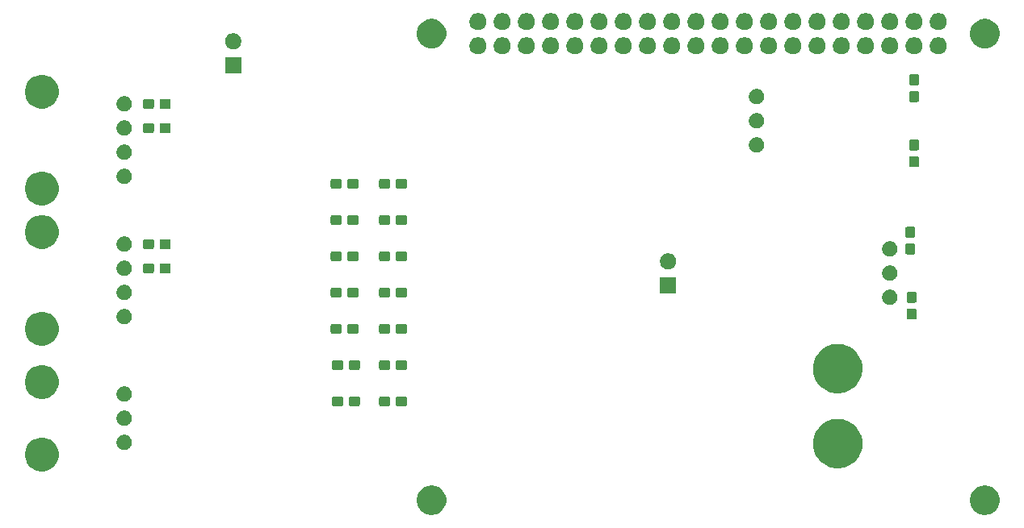
<source format=gbr>
G04 #@! TF.GenerationSoftware,KiCad,Pcbnew,(5.1.5)-3*
G04 #@! TF.CreationDate,2019-12-14T16:38:42-06:00*
G04 #@! TF.ProjectId,RaspberryPiBreakout_Hardware,52617370-6265-4727-9279-506942726561,rev?*
G04 #@! TF.SameCoordinates,Original*
G04 #@! TF.FileFunction,Soldermask,Top*
G04 #@! TF.FilePolarity,Negative*
%FSLAX46Y46*%
G04 Gerber Fmt 4.6, Leading zero omitted, Abs format (unit mm)*
G04 Created by KiCad (PCBNEW (5.1.5)-3) date 2019-12-14 16:38:42*
%MOMM*%
%LPD*%
G04 APERTURE LIST*
%ADD10C,0.100000*%
G04 APERTURE END LIST*
D10*
G36*
X176622585Y-125202802D02*
G01*
X176772410Y-125232604D01*
X177054674Y-125349521D01*
X177308705Y-125519259D01*
X177524741Y-125735295D01*
X177694479Y-125989326D01*
X177811396Y-126271590D01*
X177871000Y-126571240D01*
X177871000Y-126876760D01*
X177811396Y-127176410D01*
X177694479Y-127458674D01*
X177524741Y-127712705D01*
X177308705Y-127928741D01*
X177054674Y-128098479D01*
X176772410Y-128215396D01*
X176622585Y-128245198D01*
X176472761Y-128275000D01*
X176167239Y-128275000D01*
X176017415Y-128245198D01*
X175867590Y-128215396D01*
X175585326Y-128098479D01*
X175331295Y-127928741D01*
X175115259Y-127712705D01*
X174945521Y-127458674D01*
X174828604Y-127176410D01*
X174769000Y-126876760D01*
X174769000Y-126571240D01*
X174828604Y-126271590D01*
X174945521Y-125989326D01*
X175115259Y-125735295D01*
X175331295Y-125519259D01*
X175585326Y-125349521D01*
X175867590Y-125232604D01*
X176017415Y-125202802D01*
X176167239Y-125173000D01*
X176472761Y-125173000D01*
X176622585Y-125202802D01*
G37*
G36*
X118622585Y-125202802D02*
G01*
X118772410Y-125232604D01*
X119054674Y-125349521D01*
X119308705Y-125519259D01*
X119524741Y-125735295D01*
X119694479Y-125989326D01*
X119811396Y-126271590D01*
X119871000Y-126571240D01*
X119871000Y-126876760D01*
X119811396Y-127176410D01*
X119694479Y-127458674D01*
X119524741Y-127712705D01*
X119308705Y-127928741D01*
X119054674Y-128098479D01*
X118772410Y-128215396D01*
X118622585Y-128245198D01*
X118472761Y-128275000D01*
X118167239Y-128275000D01*
X118017415Y-128245198D01*
X117867590Y-128215396D01*
X117585326Y-128098479D01*
X117331295Y-127928741D01*
X117115259Y-127712705D01*
X116945521Y-127458674D01*
X116828604Y-127176410D01*
X116769000Y-126876760D01*
X116769000Y-126571240D01*
X116828604Y-126271590D01*
X116945521Y-125989326D01*
X117115259Y-125735295D01*
X117331295Y-125519259D01*
X117585326Y-125349521D01*
X117867590Y-125232604D01*
X118017415Y-125202802D01*
X118167239Y-125173000D01*
X118472761Y-125173000D01*
X118622585Y-125202802D01*
G37*
G36*
X77988039Y-120212250D02*
G01*
X78177372Y-120290675D01*
X78311251Y-120346129D01*
X78602134Y-120540491D01*
X78849509Y-120787866D01*
X79043871Y-121078749D01*
X79043871Y-121078750D01*
X79177750Y-121401961D01*
X79246000Y-121745078D01*
X79246000Y-122094922D01*
X79177750Y-122438039D01*
X79099325Y-122627372D01*
X79043871Y-122761251D01*
X78849509Y-123052134D01*
X78602134Y-123299509D01*
X78311251Y-123493871D01*
X78177372Y-123549325D01*
X77988039Y-123627750D01*
X77644922Y-123696000D01*
X77295078Y-123696000D01*
X76951961Y-123627750D01*
X76762628Y-123549325D01*
X76628749Y-123493871D01*
X76337866Y-123299509D01*
X76090491Y-123052134D01*
X75896129Y-122761251D01*
X75840675Y-122627372D01*
X75762250Y-122438039D01*
X75694000Y-122094922D01*
X75694000Y-121745078D01*
X75762250Y-121401961D01*
X75896129Y-121078750D01*
X75896129Y-121078749D01*
X76090491Y-120787866D01*
X76337866Y-120540491D01*
X76628749Y-120346129D01*
X76762628Y-120290675D01*
X76951961Y-120212250D01*
X77295078Y-120144000D01*
X77644922Y-120144000D01*
X77988039Y-120212250D01*
G37*
G36*
X161497908Y-118252380D02*
G01*
X161664767Y-118285570D01*
X162136299Y-118480885D01*
X162356853Y-118628255D01*
X162560666Y-118764438D01*
X162921562Y-119125334D01*
X163042927Y-119306971D01*
X163205115Y-119549701D01*
X163399298Y-120018501D01*
X163400430Y-120021234D01*
X163500000Y-120521807D01*
X163500000Y-121032193D01*
X163472935Y-121168257D01*
X163400430Y-121532767D01*
X163205115Y-122004299D01*
X163144562Y-122094922D01*
X162921562Y-122428666D01*
X162560666Y-122789562D01*
X162379029Y-122910927D01*
X162136299Y-123073115D01*
X161664767Y-123268430D01*
X161508521Y-123299509D01*
X161164193Y-123368000D01*
X160653807Y-123368000D01*
X160309479Y-123299509D01*
X160153233Y-123268430D01*
X159681701Y-123073115D01*
X159438971Y-122910927D01*
X159257334Y-122789562D01*
X158896438Y-122428666D01*
X158673438Y-122094922D01*
X158612885Y-122004299D01*
X158417570Y-121532767D01*
X158345065Y-121168257D01*
X158318000Y-121032193D01*
X158318000Y-120521807D01*
X158417570Y-120021234D01*
X158418702Y-120018501D01*
X158612885Y-119549701D01*
X158775073Y-119306971D01*
X158896438Y-119125334D01*
X159257334Y-118764438D01*
X159461147Y-118628255D01*
X159681701Y-118480885D01*
X160153233Y-118285570D01*
X160320092Y-118252380D01*
X160653807Y-118186000D01*
X161164193Y-118186000D01*
X161497908Y-118252380D01*
G37*
G36*
X86343142Y-119868242D02*
G01*
X86491101Y-119929529D01*
X86624255Y-120018499D01*
X86737501Y-120131745D01*
X86826471Y-120264899D01*
X86887758Y-120412858D01*
X86919000Y-120569925D01*
X86919000Y-120730075D01*
X86887758Y-120887142D01*
X86826471Y-121035101D01*
X86737501Y-121168255D01*
X86624255Y-121281501D01*
X86491101Y-121370471D01*
X86343142Y-121431758D01*
X86186075Y-121463000D01*
X86025925Y-121463000D01*
X85868858Y-121431758D01*
X85720899Y-121370471D01*
X85587745Y-121281501D01*
X85474499Y-121168255D01*
X85385529Y-121035101D01*
X85324242Y-120887142D01*
X85293000Y-120730075D01*
X85293000Y-120569925D01*
X85324242Y-120412858D01*
X85385529Y-120264899D01*
X85474499Y-120131745D01*
X85587745Y-120018499D01*
X85720899Y-119929529D01*
X85868858Y-119868242D01*
X86025925Y-119837000D01*
X86186075Y-119837000D01*
X86343142Y-119868242D01*
G37*
G36*
X86343142Y-117328242D02*
G01*
X86491101Y-117389529D01*
X86624255Y-117478499D01*
X86737501Y-117591745D01*
X86826471Y-117724899D01*
X86887758Y-117872858D01*
X86919000Y-118029925D01*
X86919000Y-118190075D01*
X86887758Y-118347142D01*
X86826471Y-118495101D01*
X86737501Y-118628255D01*
X86624255Y-118741501D01*
X86491101Y-118830471D01*
X86343142Y-118891758D01*
X86186075Y-118923000D01*
X86025925Y-118923000D01*
X85868858Y-118891758D01*
X85720899Y-118830471D01*
X85587745Y-118741501D01*
X85474499Y-118628255D01*
X85385529Y-118495101D01*
X85324242Y-118347142D01*
X85293000Y-118190075D01*
X85293000Y-118029925D01*
X85324242Y-117872858D01*
X85385529Y-117724899D01*
X85474499Y-117591745D01*
X85587745Y-117478499D01*
X85720899Y-117389529D01*
X85868858Y-117328242D01*
X86025925Y-117297000D01*
X86186075Y-117297000D01*
X86343142Y-117328242D01*
G37*
G36*
X115575499Y-115810445D02*
G01*
X115612995Y-115821820D01*
X115647554Y-115840292D01*
X115677847Y-115865153D01*
X115702708Y-115895446D01*
X115721180Y-115930005D01*
X115732555Y-115967501D01*
X115737000Y-116012638D01*
X115737000Y-116651362D01*
X115732555Y-116696499D01*
X115721180Y-116733995D01*
X115702708Y-116768554D01*
X115677847Y-116798847D01*
X115647554Y-116823708D01*
X115612995Y-116842180D01*
X115575499Y-116853555D01*
X115530362Y-116858000D01*
X114791638Y-116858000D01*
X114746501Y-116853555D01*
X114709005Y-116842180D01*
X114674446Y-116823708D01*
X114644153Y-116798847D01*
X114619292Y-116768554D01*
X114600820Y-116733995D01*
X114589445Y-116696499D01*
X114585000Y-116651362D01*
X114585000Y-116012638D01*
X114589445Y-115967501D01*
X114600820Y-115930005D01*
X114619292Y-115895446D01*
X114644153Y-115865153D01*
X114674446Y-115840292D01*
X114709005Y-115821820D01*
X114746501Y-115810445D01*
X114791638Y-115806000D01*
X115530362Y-115806000D01*
X115575499Y-115810445D01*
G37*
G36*
X108900499Y-115810445D02*
G01*
X108937995Y-115821820D01*
X108972554Y-115840292D01*
X109002847Y-115865153D01*
X109027708Y-115895446D01*
X109046180Y-115930005D01*
X109057555Y-115967501D01*
X109062000Y-116012638D01*
X109062000Y-116651362D01*
X109057555Y-116696499D01*
X109046180Y-116733995D01*
X109027708Y-116768554D01*
X109002847Y-116798847D01*
X108972554Y-116823708D01*
X108937995Y-116842180D01*
X108900499Y-116853555D01*
X108855362Y-116858000D01*
X108116638Y-116858000D01*
X108071501Y-116853555D01*
X108034005Y-116842180D01*
X107999446Y-116823708D01*
X107969153Y-116798847D01*
X107944292Y-116768554D01*
X107925820Y-116733995D01*
X107914445Y-116696499D01*
X107910000Y-116651362D01*
X107910000Y-116012638D01*
X107914445Y-115967501D01*
X107925820Y-115930005D01*
X107944292Y-115895446D01*
X107969153Y-115865153D01*
X107999446Y-115840292D01*
X108034005Y-115821820D01*
X108071501Y-115810445D01*
X108116638Y-115806000D01*
X108855362Y-115806000D01*
X108900499Y-115810445D01*
G37*
G36*
X110650499Y-115810445D02*
G01*
X110687995Y-115821820D01*
X110722554Y-115840292D01*
X110752847Y-115865153D01*
X110777708Y-115895446D01*
X110796180Y-115930005D01*
X110807555Y-115967501D01*
X110812000Y-116012638D01*
X110812000Y-116651362D01*
X110807555Y-116696499D01*
X110796180Y-116733995D01*
X110777708Y-116768554D01*
X110752847Y-116798847D01*
X110722554Y-116823708D01*
X110687995Y-116842180D01*
X110650499Y-116853555D01*
X110605362Y-116858000D01*
X109866638Y-116858000D01*
X109821501Y-116853555D01*
X109784005Y-116842180D01*
X109749446Y-116823708D01*
X109719153Y-116798847D01*
X109694292Y-116768554D01*
X109675820Y-116733995D01*
X109664445Y-116696499D01*
X109660000Y-116651362D01*
X109660000Y-116012638D01*
X109664445Y-115967501D01*
X109675820Y-115930005D01*
X109694292Y-115895446D01*
X109719153Y-115865153D01*
X109749446Y-115840292D01*
X109784005Y-115821820D01*
X109821501Y-115810445D01*
X109866638Y-115806000D01*
X110605362Y-115806000D01*
X110650499Y-115810445D01*
G37*
G36*
X113825499Y-115810445D02*
G01*
X113862995Y-115821820D01*
X113897554Y-115840292D01*
X113927847Y-115865153D01*
X113952708Y-115895446D01*
X113971180Y-115930005D01*
X113982555Y-115967501D01*
X113987000Y-116012638D01*
X113987000Y-116651362D01*
X113982555Y-116696499D01*
X113971180Y-116733995D01*
X113952708Y-116768554D01*
X113927847Y-116798847D01*
X113897554Y-116823708D01*
X113862995Y-116842180D01*
X113825499Y-116853555D01*
X113780362Y-116858000D01*
X113041638Y-116858000D01*
X112996501Y-116853555D01*
X112959005Y-116842180D01*
X112924446Y-116823708D01*
X112894153Y-116798847D01*
X112869292Y-116768554D01*
X112850820Y-116733995D01*
X112839445Y-116696499D01*
X112835000Y-116651362D01*
X112835000Y-116012638D01*
X112839445Y-115967501D01*
X112850820Y-115930005D01*
X112869292Y-115895446D01*
X112894153Y-115865153D01*
X112924446Y-115840292D01*
X112959005Y-115821820D01*
X112996501Y-115810445D01*
X113041638Y-115806000D01*
X113780362Y-115806000D01*
X113825499Y-115810445D01*
G37*
G36*
X86343142Y-114788242D02*
G01*
X86491101Y-114849529D01*
X86624255Y-114938499D01*
X86737501Y-115051745D01*
X86826471Y-115184899D01*
X86887758Y-115332858D01*
X86919000Y-115489925D01*
X86919000Y-115650075D01*
X86887758Y-115807142D01*
X86826471Y-115955101D01*
X86737501Y-116088255D01*
X86624255Y-116201501D01*
X86491101Y-116290471D01*
X86343142Y-116351758D01*
X86186075Y-116383000D01*
X86025925Y-116383000D01*
X85868858Y-116351758D01*
X85720899Y-116290471D01*
X85587745Y-116201501D01*
X85474499Y-116088255D01*
X85385529Y-115955101D01*
X85324242Y-115807142D01*
X85293000Y-115650075D01*
X85293000Y-115489925D01*
X85324242Y-115332858D01*
X85385529Y-115184899D01*
X85474499Y-115051745D01*
X85587745Y-114938499D01*
X85720899Y-114849529D01*
X85868858Y-114788242D01*
X86025925Y-114757000D01*
X86186075Y-114757000D01*
X86343142Y-114788242D01*
G37*
G36*
X77988039Y-112592250D02*
G01*
X78177372Y-112670675D01*
X78311251Y-112726129D01*
X78602134Y-112920491D01*
X78849509Y-113167866D01*
X79043871Y-113458749D01*
X79043871Y-113458750D01*
X79177750Y-113781961D01*
X79246000Y-114125078D01*
X79246000Y-114474922D01*
X79177750Y-114818039D01*
X79127853Y-114938501D01*
X79043871Y-115141251D01*
X78849509Y-115432134D01*
X78602134Y-115679509D01*
X78311251Y-115873871D01*
X78259164Y-115895446D01*
X77988039Y-116007750D01*
X77644922Y-116076000D01*
X77295078Y-116076000D01*
X76951961Y-116007750D01*
X76680836Y-115895446D01*
X76628749Y-115873871D01*
X76337866Y-115679509D01*
X76090491Y-115432134D01*
X75896129Y-115141251D01*
X75812147Y-114938501D01*
X75762250Y-114818039D01*
X75694000Y-114474922D01*
X75694000Y-114125078D01*
X75762250Y-113781961D01*
X75896129Y-113458750D01*
X75896129Y-113458749D01*
X76090491Y-113167866D01*
X76337866Y-112920491D01*
X76628749Y-112726129D01*
X76762628Y-112670675D01*
X76951961Y-112592250D01*
X77295078Y-112524000D01*
X77644922Y-112524000D01*
X77988039Y-112592250D01*
G37*
G36*
X161497908Y-110378380D02*
G01*
X161664767Y-110411570D01*
X162136299Y-110606885D01*
X162379029Y-110769073D01*
X162560666Y-110890438D01*
X162921562Y-111251334D01*
X163042927Y-111432971D01*
X163205115Y-111675701D01*
X163400430Y-112147233D01*
X163400430Y-112147234D01*
X163500000Y-112647807D01*
X163500000Y-113158193D01*
X163440216Y-113458749D01*
X163400430Y-113658767D01*
X163205115Y-114130299D01*
X163042927Y-114373029D01*
X162921562Y-114554666D01*
X162560666Y-114915562D01*
X162379029Y-115036927D01*
X162136299Y-115199115D01*
X161664767Y-115394430D01*
X161497908Y-115427620D01*
X161164193Y-115494000D01*
X160653807Y-115494000D01*
X160320092Y-115427620D01*
X160153233Y-115394430D01*
X159681701Y-115199115D01*
X159438971Y-115036927D01*
X159257334Y-114915562D01*
X158896438Y-114554666D01*
X158775073Y-114373029D01*
X158612885Y-114130299D01*
X158417570Y-113658767D01*
X158377784Y-113458749D01*
X158318000Y-113158193D01*
X158318000Y-112647807D01*
X158417570Y-112147234D01*
X158417570Y-112147233D01*
X158612885Y-111675701D01*
X158775073Y-111432971D01*
X158896438Y-111251334D01*
X159257334Y-110890438D01*
X159438971Y-110769073D01*
X159681701Y-110606885D01*
X160153233Y-110411570D01*
X160320092Y-110378380D01*
X160653807Y-110312000D01*
X161164193Y-110312000D01*
X161497908Y-110378380D01*
G37*
G36*
X115575499Y-112000445D02*
G01*
X115612995Y-112011820D01*
X115647554Y-112030292D01*
X115677847Y-112055153D01*
X115702708Y-112085446D01*
X115721180Y-112120005D01*
X115732555Y-112157501D01*
X115737000Y-112202638D01*
X115737000Y-112841362D01*
X115732555Y-112886499D01*
X115721180Y-112923995D01*
X115702708Y-112958554D01*
X115677847Y-112988847D01*
X115647554Y-113013708D01*
X115612995Y-113032180D01*
X115575499Y-113043555D01*
X115530362Y-113048000D01*
X114791638Y-113048000D01*
X114746501Y-113043555D01*
X114709005Y-113032180D01*
X114674446Y-113013708D01*
X114644153Y-112988847D01*
X114619292Y-112958554D01*
X114600820Y-112923995D01*
X114589445Y-112886499D01*
X114585000Y-112841362D01*
X114585000Y-112202638D01*
X114589445Y-112157501D01*
X114600820Y-112120005D01*
X114619292Y-112085446D01*
X114644153Y-112055153D01*
X114674446Y-112030292D01*
X114709005Y-112011820D01*
X114746501Y-112000445D01*
X114791638Y-111996000D01*
X115530362Y-111996000D01*
X115575499Y-112000445D01*
G37*
G36*
X110650499Y-112000445D02*
G01*
X110687995Y-112011820D01*
X110722554Y-112030292D01*
X110752847Y-112055153D01*
X110777708Y-112085446D01*
X110796180Y-112120005D01*
X110807555Y-112157501D01*
X110812000Y-112202638D01*
X110812000Y-112841362D01*
X110807555Y-112886499D01*
X110796180Y-112923995D01*
X110777708Y-112958554D01*
X110752847Y-112988847D01*
X110722554Y-113013708D01*
X110687995Y-113032180D01*
X110650499Y-113043555D01*
X110605362Y-113048000D01*
X109866638Y-113048000D01*
X109821501Y-113043555D01*
X109784005Y-113032180D01*
X109749446Y-113013708D01*
X109719153Y-112988847D01*
X109694292Y-112958554D01*
X109675820Y-112923995D01*
X109664445Y-112886499D01*
X109660000Y-112841362D01*
X109660000Y-112202638D01*
X109664445Y-112157501D01*
X109675820Y-112120005D01*
X109694292Y-112085446D01*
X109719153Y-112055153D01*
X109749446Y-112030292D01*
X109784005Y-112011820D01*
X109821501Y-112000445D01*
X109866638Y-111996000D01*
X110605362Y-111996000D01*
X110650499Y-112000445D01*
G37*
G36*
X108900499Y-112000445D02*
G01*
X108937995Y-112011820D01*
X108972554Y-112030292D01*
X109002847Y-112055153D01*
X109027708Y-112085446D01*
X109046180Y-112120005D01*
X109057555Y-112157501D01*
X109062000Y-112202638D01*
X109062000Y-112841362D01*
X109057555Y-112886499D01*
X109046180Y-112923995D01*
X109027708Y-112958554D01*
X109002847Y-112988847D01*
X108972554Y-113013708D01*
X108937995Y-113032180D01*
X108900499Y-113043555D01*
X108855362Y-113048000D01*
X108116638Y-113048000D01*
X108071501Y-113043555D01*
X108034005Y-113032180D01*
X107999446Y-113013708D01*
X107969153Y-112988847D01*
X107944292Y-112958554D01*
X107925820Y-112923995D01*
X107914445Y-112886499D01*
X107910000Y-112841362D01*
X107910000Y-112202638D01*
X107914445Y-112157501D01*
X107925820Y-112120005D01*
X107944292Y-112085446D01*
X107969153Y-112055153D01*
X107999446Y-112030292D01*
X108034005Y-112011820D01*
X108071501Y-112000445D01*
X108116638Y-111996000D01*
X108855362Y-111996000D01*
X108900499Y-112000445D01*
G37*
G36*
X113825499Y-112000445D02*
G01*
X113862995Y-112011820D01*
X113897554Y-112030292D01*
X113927847Y-112055153D01*
X113952708Y-112085446D01*
X113971180Y-112120005D01*
X113982555Y-112157501D01*
X113987000Y-112202638D01*
X113987000Y-112841362D01*
X113982555Y-112886499D01*
X113971180Y-112923995D01*
X113952708Y-112958554D01*
X113927847Y-112988847D01*
X113897554Y-113013708D01*
X113862995Y-113032180D01*
X113825499Y-113043555D01*
X113780362Y-113048000D01*
X113041638Y-113048000D01*
X112996501Y-113043555D01*
X112959005Y-113032180D01*
X112924446Y-113013708D01*
X112894153Y-112988847D01*
X112869292Y-112958554D01*
X112850820Y-112923995D01*
X112839445Y-112886499D01*
X112835000Y-112841362D01*
X112835000Y-112202638D01*
X112839445Y-112157501D01*
X112850820Y-112120005D01*
X112869292Y-112085446D01*
X112894153Y-112055153D01*
X112924446Y-112030292D01*
X112959005Y-112011820D01*
X112996501Y-112000445D01*
X113041638Y-111996000D01*
X113780362Y-111996000D01*
X113825499Y-112000445D01*
G37*
G36*
X77988039Y-107004250D02*
G01*
X78177372Y-107082675D01*
X78311251Y-107138129D01*
X78602134Y-107332491D01*
X78849509Y-107579866D01*
X79043871Y-107870749D01*
X79043871Y-107870750D01*
X79177750Y-108193961D01*
X79246000Y-108537078D01*
X79246000Y-108886922D01*
X79177750Y-109230039D01*
X79174452Y-109238000D01*
X79043871Y-109553251D01*
X78849509Y-109844134D01*
X78602134Y-110091509D01*
X78311251Y-110285871D01*
X78177372Y-110341325D01*
X77988039Y-110419750D01*
X77644922Y-110488000D01*
X77295078Y-110488000D01*
X76951961Y-110419750D01*
X76762628Y-110341325D01*
X76628749Y-110285871D01*
X76337866Y-110091509D01*
X76090491Y-109844134D01*
X75896129Y-109553251D01*
X75765548Y-109238000D01*
X75762250Y-109230039D01*
X75694000Y-108886922D01*
X75694000Y-108537078D01*
X75762250Y-108193961D01*
X75896129Y-107870750D01*
X75896129Y-107870749D01*
X76090491Y-107579866D01*
X76337866Y-107332491D01*
X76628749Y-107138129D01*
X76762628Y-107082675D01*
X76951961Y-107004250D01*
X77295078Y-106936000D01*
X77644922Y-106936000D01*
X77988039Y-107004250D01*
G37*
G36*
X115575499Y-108190445D02*
G01*
X115612995Y-108201820D01*
X115647554Y-108220292D01*
X115677847Y-108245153D01*
X115702708Y-108275446D01*
X115721180Y-108310005D01*
X115732555Y-108347501D01*
X115737000Y-108392638D01*
X115737000Y-109031362D01*
X115732555Y-109076499D01*
X115721180Y-109113995D01*
X115702708Y-109148554D01*
X115677847Y-109178847D01*
X115647554Y-109203708D01*
X115612995Y-109222180D01*
X115575499Y-109233555D01*
X115530362Y-109238000D01*
X114791638Y-109238000D01*
X114746501Y-109233555D01*
X114709005Y-109222180D01*
X114674446Y-109203708D01*
X114644153Y-109178847D01*
X114619292Y-109148554D01*
X114600820Y-109113995D01*
X114589445Y-109076499D01*
X114585000Y-109031362D01*
X114585000Y-108392638D01*
X114589445Y-108347501D01*
X114600820Y-108310005D01*
X114619292Y-108275446D01*
X114644153Y-108245153D01*
X114674446Y-108220292D01*
X114709005Y-108201820D01*
X114746501Y-108190445D01*
X114791638Y-108186000D01*
X115530362Y-108186000D01*
X115575499Y-108190445D01*
G37*
G36*
X113825499Y-108190445D02*
G01*
X113862995Y-108201820D01*
X113897554Y-108220292D01*
X113927847Y-108245153D01*
X113952708Y-108275446D01*
X113971180Y-108310005D01*
X113982555Y-108347501D01*
X113987000Y-108392638D01*
X113987000Y-109031362D01*
X113982555Y-109076499D01*
X113971180Y-109113995D01*
X113952708Y-109148554D01*
X113927847Y-109178847D01*
X113897554Y-109203708D01*
X113862995Y-109222180D01*
X113825499Y-109233555D01*
X113780362Y-109238000D01*
X113041638Y-109238000D01*
X112996501Y-109233555D01*
X112959005Y-109222180D01*
X112924446Y-109203708D01*
X112894153Y-109178847D01*
X112869292Y-109148554D01*
X112850820Y-109113995D01*
X112839445Y-109076499D01*
X112835000Y-109031362D01*
X112835000Y-108392638D01*
X112839445Y-108347501D01*
X112850820Y-108310005D01*
X112869292Y-108275446D01*
X112894153Y-108245153D01*
X112924446Y-108220292D01*
X112959005Y-108201820D01*
X112996501Y-108190445D01*
X113041638Y-108186000D01*
X113780362Y-108186000D01*
X113825499Y-108190445D01*
G37*
G36*
X110495499Y-108190445D02*
G01*
X110532995Y-108201820D01*
X110567554Y-108220292D01*
X110597847Y-108245153D01*
X110622708Y-108275446D01*
X110641180Y-108310005D01*
X110652555Y-108347501D01*
X110657000Y-108392638D01*
X110657000Y-109031362D01*
X110652555Y-109076499D01*
X110641180Y-109113995D01*
X110622708Y-109148554D01*
X110597847Y-109178847D01*
X110567554Y-109203708D01*
X110532995Y-109222180D01*
X110495499Y-109233555D01*
X110450362Y-109238000D01*
X109711638Y-109238000D01*
X109666501Y-109233555D01*
X109629005Y-109222180D01*
X109594446Y-109203708D01*
X109564153Y-109178847D01*
X109539292Y-109148554D01*
X109520820Y-109113995D01*
X109509445Y-109076499D01*
X109505000Y-109031362D01*
X109505000Y-108392638D01*
X109509445Y-108347501D01*
X109520820Y-108310005D01*
X109539292Y-108275446D01*
X109564153Y-108245153D01*
X109594446Y-108220292D01*
X109629005Y-108201820D01*
X109666501Y-108190445D01*
X109711638Y-108186000D01*
X110450362Y-108186000D01*
X110495499Y-108190445D01*
G37*
G36*
X108745499Y-108190445D02*
G01*
X108782995Y-108201820D01*
X108817554Y-108220292D01*
X108847847Y-108245153D01*
X108872708Y-108275446D01*
X108891180Y-108310005D01*
X108902555Y-108347501D01*
X108907000Y-108392638D01*
X108907000Y-109031362D01*
X108902555Y-109076499D01*
X108891180Y-109113995D01*
X108872708Y-109148554D01*
X108847847Y-109178847D01*
X108817554Y-109203708D01*
X108782995Y-109222180D01*
X108745499Y-109233555D01*
X108700362Y-109238000D01*
X107961638Y-109238000D01*
X107916501Y-109233555D01*
X107879005Y-109222180D01*
X107844446Y-109203708D01*
X107814153Y-109178847D01*
X107789292Y-109148554D01*
X107770820Y-109113995D01*
X107759445Y-109076499D01*
X107755000Y-109031362D01*
X107755000Y-108392638D01*
X107759445Y-108347501D01*
X107770820Y-108310005D01*
X107789292Y-108275446D01*
X107814153Y-108245153D01*
X107844446Y-108220292D01*
X107879005Y-108201820D01*
X107916501Y-108190445D01*
X107961638Y-108186000D01*
X108700362Y-108186000D01*
X108745499Y-108190445D01*
G37*
G36*
X86343142Y-106660242D02*
G01*
X86491101Y-106721529D01*
X86624255Y-106810499D01*
X86737501Y-106923745D01*
X86826471Y-107056899D01*
X86887758Y-107204858D01*
X86919000Y-107361925D01*
X86919000Y-107522075D01*
X86887758Y-107679142D01*
X86826471Y-107827101D01*
X86737501Y-107960255D01*
X86624255Y-108073501D01*
X86491101Y-108162471D01*
X86343142Y-108223758D01*
X86186075Y-108255000D01*
X86025925Y-108255000D01*
X85868858Y-108223758D01*
X85720899Y-108162471D01*
X85587745Y-108073501D01*
X85474499Y-107960255D01*
X85385529Y-107827101D01*
X85324242Y-107679142D01*
X85293000Y-107522075D01*
X85293000Y-107361925D01*
X85324242Y-107204858D01*
X85385529Y-107056899D01*
X85474499Y-106923745D01*
X85587745Y-106810499D01*
X85720899Y-106721529D01*
X85868858Y-106660242D01*
X86025925Y-106629000D01*
X86186075Y-106629000D01*
X86343142Y-106660242D01*
G37*
G36*
X169020499Y-106588445D02*
G01*
X169057995Y-106599820D01*
X169092554Y-106618292D01*
X169122847Y-106643153D01*
X169147708Y-106673446D01*
X169166180Y-106708005D01*
X169177555Y-106745501D01*
X169182000Y-106790638D01*
X169182000Y-107529362D01*
X169177555Y-107574499D01*
X169166180Y-107611995D01*
X169147708Y-107646554D01*
X169122847Y-107676847D01*
X169092554Y-107701708D01*
X169057995Y-107720180D01*
X169020499Y-107731555D01*
X168975362Y-107736000D01*
X168336638Y-107736000D01*
X168291501Y-107731555D01*
X168254005Y-107720180D01*
X168219446Y-107701708D01*
X168189153Y-107676847D01*
X168164292Y-107646554D01*
X168145820Y-107611995D01*
X168134445Y-107574499D01*
X168130000Y-107529362D01*
X168130000Y-106790638D01*
X168134445Y-106745501D01*
X168145820Y-106708005D01*
X168164292Y-106673446D01*
X168189153Y-106643153D01*
X168219446Y-106618292D01*
X168254005Y-106599820D01*
X168291501Y-106588445D01*
X168336638Y-106584000D01*
X168975362Y-106584000D01*
X169020499Y-106588445D01*
G37*
G36*
X166607142Y-104628242D02*
G01*
X166755101Y-104689529D01*
X166888255Y-104778499D01*
X167001501Y-104891745D01*
X167090471Y-105024899D01*
X167151758Y-105172858D01*
X167183000Y-105329925D01*
X167183000Y-105490075D01*
X167151758Y-105647142D01*
X167090471Y-105795101D01*
X167001501Y-105928255D01*
X166888255Y-106041501D01*
X166755101Y-106130471D01*
X166607142Y-106191758D01*
X166450075Y-106223000D01*
X166289925Y-106223000D01*
X166132858Y-106191758D01*
X165984899Y-106130471D01*
X165851745Y-106041501D01*
X165738499Y-105928255D01*
X165649529Y-105795101D01*
X165588242Y-105647142D01*
X165557000Y-105490075D01*
X165557000Y-105329925D01*
X165588242Y-105172858D01*
X165649529Y-105024899D01*
X165738499Y-104891745D01*
X165851745Y-104778499D01*
X165984899Y-104689529D01*
X166132858Y-104628242D01*
X166289925Y-104597000D01*
X166450075Y-104597000D01*
X166607142Y-104628242D01*
G37*
G36*
X169020499Y-104838445D02*
G01*
X169057995Y-104849820D01*
X169092554Y-104868292D01*
X169122847Y-104893153D01*
X169147708Y-104923446D01*
X169166180Y-104958005D01*
X169177555Y-104995501D01*
X169182000Y-105040638D01*
X169182000Y-105779362D01*
X169177555Y-105824499D01*
X169166180Y-105861995D01*
X169147708Y-105896554D01*
X169122847Y-105926847D01*
X169092554Y-105951708D01*
X169057995Y-105970180D01*
X169020499Y-105981555D01*
X168975362Y-105986000D01*
X168336638Y-105986000D01*
X168291501Y-105981555D01*
X168254005Y-105970180D01*
X168219446Y-105951708D01*
X168189153Y-105926847D01*
X168164292Y-105896554D01*
X168145820Y-105861995D01*
X168134445Y-105824499D01*
X168130000Y-105779362D01*
X168130000Y-105040638D01*
X168134445Y-104995501D01*
X168145820Y-104958005D01*
X168164292Y-104923446D01*
X168189153Y-104893153D01*
X168219446Y-104868292D01*
X168254005Y-104849820D01*
X168291501Y-104838445D01*
X168336638Y-104834000D01*
X168975362Y-104834000D01*
X169020499Y-104838445D01*
G37*
G36*
X86343142Y-104120242D02*
G01*
X86491101Y-104181529D01*
X86624255Y-104270499D01*
X86737501Y-104383745D01*
X86826471Y-104516899D01*
X86887758Y-104664858D01*
X86919000Y-104821925D01*
X86919000Y-104982075D01*
X86887758Y-105139142D01*
X86826471Y-105287101D01*
X86737501Y-105420255D01*
X86624255Y-105533501D01*
X86491101Y-105622471D01*
X86343142Y-105683758D01*
X86186075Y-105715000D01*
X86025925Y-105715000D01*
X85868858Y-105683758D01*
X85720899Y-105622471D01*
X85587745Y-105533501D01*
X85474499Y-105420255D01*
X85385529Y-105287101D01*
X85324242Y-105139142D01*
X85293000Y-104982075D01*
X85293000Y-104821925D01*
X85324242Y-104664858D01*
X85385529Y-104516899D01*
X85474499Y-104383745D01*
X85587745Y-104270499D01*
X85720899Y-104181529D01*
X85868858Y-104120242D01*
X86025925Y-104089000D01*
X86186075Y-104089000D01*
X86343142Y-104120242D01*
G37*
G36*
X110495499Y-104380445D02*
G01*
X110532995Y-104391820D01*
X110567554Y-104410292D01*
X110597847Y-104435153D01*
X110622708Y-104465446D01*
X110641180Y-104500005D01*
X110652555Y-104537501D01*
X110657000Y-104582638D01*
X110657000Y-105221362D01*
X110652555Y-105266499D01*
X110641180Y-105303995D01*
X110622708Y-105338554D01*
X110597847Y-105368847D01*
X110567554Y-105393708D01*
X110532995Y-105412180D01*
X110495499Y-105423555D01*
X110450362Y-105428000D01*
X109711638Y-105428000D01*
X109666501Y-105423555D01*
X109629005Y-105412180D01*
X109594446Y-105393708D01*
X109564153Y-105368847D01*
X109539292Y-105338554D01*
X109520820Y-105303995D01*
X109509445Y-105266499D01*
X109505000Y-105221362D01*
X109505000Y-104582638D01*
X109509445Y-104537501D01*
X109520820Y-104500005D01*
X109539292Y-104465446D01*
X109564153Y-104435153D01*
X109594446Y-104410292D01*
X109629005Y-104391820D01*
X109666501Y-104380445D01*
X109711638Y-104376000D01*
X110450362Y-104376000D01*
X110495499Y-104380445D01*
G37*
G36*
X115575499Y-104380445D02*
G01*
X115612995Y-104391820D01*
X115647554Y-104410292D01*
X115677847Y-104435153D01*
X115702708Y-104465446D01*
X115721180Y-104500005D01*
X115732555Y-104537501D01*
X115737000Y-104582638D01*
X115737000Y-105221362D01*
X115732555Y-105266499D01*
X115721180Y-105303995D01*
X115702708Y-105338554D01*
X115677847Y-105368847D01*
X115647554Y-105393708D01*
X115612995Y-105412180D01*
X115575499Y-105423555D01*
X115530362Y-105428000D01*
X114791638Y-105428000D01*
X114746501Y-105423555D01*
X114709005Y-105412180D01*
X114674446Y-105393708D01*
X114644153Y-105368847D01*
X114619292Y-105338554D01*
X114600820Y-105303995D01*
X114589445Y-105266499D01*
X114585000Y-105221362D01*
X114585000Y-104582638D01*
X114589445Y-104537501D01*
X114600820Y-104500005D01*
X114619292Y-104465446D01*
X114644153Y-104435153D01*
X114674446Y-104410292D01*
X114709005Y-104391820D01*
X114746501Y-104380445D01*
X114791638Y-104376000D01*
X115530362Y-104376000D01*
X115575499Y-104380445D01*
G37*
G36*
X108745499Y-104380445D02*
G01*
X108782995Y-104391820D01*
X108817554Y-104410292D01*
X108847847Y-104435153D01*
X108872708Y-104465446D01*
X108891180Y-104500005D01*
X108902555Y-104537501D01*
X108907000Y-104582638D01*
X108907000Y-105221362D01*
X108902555Y-105266499D01*
X108891180Y-105303995D01*
X108872708Y-105338554D01*
X108847847Y-105368847D01*
X108817554Y-105393708D01*
X108782995Y-105412180D01*
X108745499Y-105423555D01*
X108700362Y-105428000D01*
X107961638Y-105428000D01*
X107916501Y-105423555D01*
X107879005Y-105412180D01*
X107844446Y-105393708D01*
X107814153Y-105368847D01*
X107789292Y-105338554D01*
X107770820Y-105303995D01*
X107759445Y-105266499D01*
X107755000Y-105221362D01*
X107755000Y-104582638D01*
X107759445Y-104537501D01*
X107770820Y-104500005D01*
X107789292Y-104465446D01*
X107814153Y-104435153D01*
X107844446Y-104410292D01*
X107879005Y-104391820D01*
X107916501Y-104380445D01*
X107961638Y-104376000D01*
X108700362Y-104376000D01*
X108745499Y-104380445D01*
G37*
G36*
X113825499Y-104380445D02*
G01*
X113862995Y-104391820D01*
X113897554Y-104410292D01*
X113927847Y-104435153D01*
X113952708Y-104465446D01*
X113971180Y-104500005D01*
X113982555Y-104537501D01*
X113987000Y-104582638D01*
X113987000Y-105221362D01*
X113982555Y-105266499D01*
X113971180Y-105303995D01*
X113952708Y-105338554D01*
X113927847Y-105368847D01*
X113897554Y-105393708D01*
X113862995Y-105412180D01*
X113825499Y-105423555D01*
X113780362Y-105428000D01*
X113041638Y-105428000D01*
X112996501Y-105423555D01*
X112959005Y-105412180D01*
X112924446Y-105393708D01*
X112894153Y-105368847D01*
X112869292Y-105338554D01*
X112850820Y-105303995D01*
X112839445Y-105266499D01*
X112835000Y-105221362D01*
X112835000Y-104582638D01*
X112839445Y-104537501D01*
X112850820Y-104500005D01*
X112869292Y-104465446D01*
X112894153Y-104435153D01*
X112924446Y-104410292D01*
X112959005Y-104391820D01*
X112996501Y-104380445D01*
X113041638Y-104376000D01*
X113780362Y-104376000D01*
X113825499Y-104380445D01*
G37*
G36*
X143980000Y-104991000D02*
G01*
X142278000Y-104991000D01*
X142278000Y-103289000D01*
X143980000Y-103289000D01*
X143980000Y-104991000D01*
G37*
G36*
X166607142Y-102088242D02*
G01*
X166755101Y-102149529D01*
X166888255Y-102238499D01*
X167001501Y-102351745D01*
X167090471Y-102484899D01*
X167151758Y-102632858D01*
X167183000Y-102789925D01*
X167183000Y-102950075D01*
X167151758Y-103107142D01*
X167090471Y-103255101D01*
X167001501Y-103388255D01*
X166888255Y-103501501D01*
X166755101Y-103590471D01*
X166607142Y-103651758D01*
X166450075Y-103683000D01*
X166289925Y-103683000D01*
X166132858Y-103651758D01*
X165984899Y-103590471D01*
X165851745Y-103501501D01*
X165738499Y-103388255D01*
X165649529Y-103255101D01*
X165588242Y-103107142D01*
X165557000Y-102950075D01*
X165557000Y-102789925D01*
X165588242Y-102632858D01*
X165649529Y-102484899D01*
X165738499Y-102351745D01*
X165851745Y-102238499D01*
X165984899Y-102149529D01*
X166132858Y-102088242D01*
X166289925Y-102057000D01*
X166450075Y-102057000D01*
X166607142Y-102088242D01*
G37*
G36*
X86343142Y-101580242D02*
G01*
X86491101Y-101641529D01*
X86624255Y-101730499D01*
X86737501Y-101843745D01*
X86826471Y-101976899D01*
X86887758Y-102124858D01*
X86919000Y-102281925D01*
X86919000Y-102442075D01*
X86887758Y-102599142D01*
X86826471Y-102747101D01*
X86737501Y-102880255D01*
X86624255Y-102993501D01*
X86491101Y-103082471D01*
X86343142Y-103143758D01*
X86186075Y-103175000D01*
X86025925Y-103175000D01*
X85868858Y-103143758D01*
X85720899Y-103082471D01*
X85587745Y-102993501D01*
X85474499Y-102880255D01*
X85385529Y-102747101D01*
X85324242Y-102599142D01*
X85293000Y-102442075D01*
X85293000Y-102281925D01*
X85324242Y-102124858D01*
X85385529Y-101976899D01*
X85474499Y-101843745D01*
X85587745Y-101730499D01*
X85720899Y-101641529D01*
X85868858Y-101580242D01*
X86025925Y-101549000D01*
X86186075Y-101549000D01*
X86343142Y-101580242D01*
G37*
G36*
X90810499Y-101840445D02*
G01*
X90847995Y-101851820D01*
X90882554Y-101870292D01*
X90912847Y-101895153D01*
X90937708Y-101925446D01*
X90956180Y-101960005D01*
X90967555Y-101997501D01*
X90972000Y-102042638D01*
X90972000Y-102681362D01*
X90967555Y-102726499D01*
X90956180Y-102763995D01*
X90937708Y-102798554D01*
X90912847Y-102828847D01*
X90882554Y-102853708D01*
X90847995Y-102872180D01*
X90810499Y-102883555D01*
X90765362Y-102888000D01*
X90026638Y-102888000D01*
X89981501Y-102883555D01*
X89944005Y-102872180D01*
X89909446Y-102853708D01*
X89879153Y-102828847D01*
X89854292Y-102798554D01*
X89835820Y-102763995D01*
X89824445Y-102726499D01*
X89820000Y-102681362D01*
X89820000Y-102042638D01*
X89824445Y-101997501D01*
X89835820Y-101960005D01*
X89854292Y-101925446D01*
X89879153Y-101895153D01*
X89909446Y-101870292D01*
X89944005Y-101851820D01*
X89981501Y-101840445D01*
X90026638Y-101836000D01*
X90765362Y-101836000D01*
X90810499Y-101840445D01*
G37*
G36*
X89060499Y-101840445D02*
G01*
X89097995Y-101851820D01*
X89132554Y-101870292D01*
X89162847Y-101895153D01*
X89187708Y-101925446D01*
X89206180Y-101960005D01*
X89217555Y-101997501D01*
X89222000Y-102042638D01*
X89222000Y-102681362D01*
X89217555Y-102726499D01*
X89206180Y-102763995D01*
X89187708Y-102798554D01*
X89162847Y-102828847D01*
X89132554Y-102853708D01*
X89097995Y-102872180D01*
X89060499Y-102883555D01*
X89015362Y-102888000D01*
X88276638Y-102888000D01*
X88231501Y-102883555D01*
X88194005Y-102872180D01*
X88159446Y-102853708D01*
X88129153Y-102828847D01*
X88104292Y-102798554D01*
X88085820Y-102763995D01*
X88074445Y-102726499D01*
X88070000Y-102681362D01*
X88070000Y-102042638D01*
X88074445Y-101997501D01*
X88085820Y-101960005D01*
X88104292Y-101925446D01*
X88129153Y-101895153D01*
X88159446Y-101870292D01*
X88194005Y-101851820D01*
X88231501Y-101840445D01*
X88276638Y-101836000D01*
X89015362Y-101836000D01*
X89060499Y-101840445D01*
G37*
G36*
X143377228Y-100821703D02*
G01*
X143532100Y-100885853D01*
X143671481Y-100978985D01*
X143790015Y-101097519D01*
X143883147Y-101236900D01*
X143947297Y-101391772D01*
X143980000Y-101556184D01*
X143980000Y-101723816D01*
X143947297Y-101888228D01*
X143883147Y-102043100D01*
X143790015Y-102182481D01*
X143671481Y-102301015D01*
X143532100Y-102394147D01*
X143377228Y-102458297D01*
X143212816Y-102491000D01*
X143045184Y-102491000D01*
X142880772Y-102458297D01*
X142725900Y-102394147D01*
X142586519Y-102301015D01*
X142467985Y-102182481D01*
X142374853Y-102043100D01*
X142310703Y-101888228D01*
X142278000Y-101723816D01*
X142278000Y-101556184D01*
X142310703Y-101391772D01*
X142374853Y-101236900D01*
X142467985Y-101097519D01*
X142586519Y-100978985D01*
X142725900Y-100885853D01*
X142880772Y-100821703D01*
X143045184Y-100789000D01*
X143212816Y-100789000D01*
X143377228Y-100821703D01*
G37*
G36*
X110495499Y-100570445D02*
G01*
X110532995Y-100581820D01*
X110567554Y-100600292D01*
X110597847Y-100625153D01*
X110622708Y-100655446D01*
X110641180Y-100690005D01*
X110652555Y-100727501D01*
X110657000Y-100772638D01*
X110657000Y-101411362D01*
X110652555Y-101456499D01*
X110641180Y-101493995D01*
X110622708Y-101528554D01*
X110597847Y-101558847D01*
X110567554Y-101583708D01*
X110532995Y-101602180D01*
X110495499Y-101613555D01*
X110450362Y-101618000D01*
X109711638Y-101618000D01*
X109666501Y-101613555D01*
X109629005Y-101602180D01*
X109594446Y-101583708D01*
X109564153Y-101558847D01*
X109539292Y-101528554D01*
X109520820Y-101493995D01*
X109509445Y-101456499D01*
X109505000Y-101411362D01*
X109505000Y-100772638D01*
X109509445Y-100727501D01*
X109520820Y-100690005D01*
X109539292Y-100655446D01*
X109564153Y-100625153D01*
X109594446Y-100600292D01*
X109629005Y-100581820D01*
X109666501Y-100570445D01*
X109711638Y-100566000D01*
X110450362Y-100566000D01*
X110495499Y-100570445D01*
G37*
G36*
X115575499Y-100570445D02*
G01*
X115612995Y-100581820D01*
X115647554Y-100600292D01*
X115677847Y-100625153D01*
X115702708Y-100655446D01*
X115721180Y-100690005D01*
X115732555Y-100727501D01*
X115737000Y-100772638D01*
X115737000Y-101411362D01*
X115732555Y-101456499D01*
X115721180Y-101493995D01*
X115702708Y-101528554D01*
X115677847Y-101558847D01*
X115647554Y-101583708D01*
X115612995Y-101602180D01*
X115575499Y-101613555D01*
X115530362Y-101618000D01*
X114791638Y-101618000D01*
X114746501Y-101613555D01*
X114709005Y-101602180D01*
X114674446Y-101583708D01*
X114644153Y-101558847D01*
X114619292Y-101528554D01*
X114600820Y-101493995D01*
X114589445Y-101456499D01*
X114585000Y-101411362D01*
X114585000Y-100772638D01*
X114589445Y-100727501D01*
X114600820Y-100690005D01*
X114619292Y-100655446D01*
X114644153Y-100625153D01*
X114674446Y-100600292D01*
X114709005Y-100581820D01*
X114746501Y-100570445D01*
X114791638Y-100566000D01*
X115530362Y-100566000D01*
X115575499Y-100570445D01*
G37*
G36*
X113825499Y-100570445D02*
G01*
X113862995Y-100581820D01*
X113897554Y-100600292D01*
X113927847Y-100625153D01*
X113952708Y-100655446D01*
X113971180Y-100690005D01*
X113982555Y-100727501D01*
X113987000Y-100772638D01*
X113987000Y-101411362D01*
X113982555Y-101456499D01*
X113971180Y-101493995D01*
X113952708Y-101528554D01*
X113927847Y-101558847D01*
X113897554Y-101583708D01*
X113862995Y-101602180D01*
X113825499Y-101613555D01*
X113780362Y-101618000D01*
X113041638Y-101618000D01*
X112996501Y-101613555D01*
X112959005Y-101602180D01*
X112924446Y-101583708D01*
X112894153Y-101558847D01*
X112869292Y-101528554D01*
X112850820Y-101493995D01*
X112839445Y-101456499D01*
X112835000Y-101411362D01*
X112835000Y-100772638D01*
X112839445Y-100727501D01*
X112850820Y-100690005D01*
X112869292Y-100655446D01*
X112894153Y-100625153D01*
X112924446Y-100600292D01*
X112959005Y-100581820D01*
X112996501Y-100570445D01*
X113041638Y-100566000D01*
X113780362Y-100566000D01*
X113825499Y-100570445D01*
G37*
G36*
X108745499Y-100570445D02*
G01*
X108782995Y-100581820D01*
X108817554Y-100600292D01*
X108847847Y-100625153D01*
X108872708Y-100655446D01*
X108891180Y-100690005D01*
X108902555Y-100727501D01*
X108907000Y-100772638D01*
X108907000Y-101411362D01*
X108902555Y-101456499D01*
X108891180Y-101493995D01*
X108872708Y-101528554D01*
X108847847Y-101558847D01*
X108817554Y-101583708D01*
X108782995Y-101602180D01*
X108745499Y-101613555D01*
X108700362Y-101618000D01*
X107961638Y-101618000D01*
X107916501Y-101613555D01*
X107879005Y-101602180D01*
X107844446Y-101583708D01*
X107814153Y-101558847D01*
X107789292Y-101528554D01*
X107770820Y-101493995D01*
X107759445Y-101456499D01*
X107755000Y-101411362D01*
X107755000Y-100772638D01*
X107759445Y-100727501D01*
X107770820Y-100690005D01*
X107789292Y-100655446D01*
X107814153Y-100625153D01*
X107844446Y-100600292D01*
X107879005Y-100581820D01*
X107916501Y-100570445D01*
X107961638Y-100566000D01*
X108700362Y-100566000D01*
X108745499Y-100570445D01*
G37*
G36*
X166607142Y-99548242D02*
G01*
X166755101Y-99609529D01*
X166888255Y-99698499D01*
X167001501Y-99811745D01*
X167090471Y-99944899D01*
X167151758Y-100092858D01*
X167183000Y-100249925D01*
X167183000Y-100410075D01*
X167151758Y-100567142D01*
X167090471Y-100715101D01*
X167001501Y-100848255D01*
X166888255Y-100961501D01*
X166755101Y-101050471D01*
X166607142Y-101111758D01*
X166450075Y-101143000D01*
X166289925Y-101143000D01*
X166132858Y-101111758D01*
X165984899Y-101050471D01*
X165851745Y-100961501D01*
X165738499Y-100848255D01*
X165649529Y-100715101D01*
X165588242Y-100567142D01*
X165557000Y-100410075D01*
X165557000Y-100249925D01*
X165588242Y-100092858D01*
X165649529Y-99944899D01*
X165738499Y-99811745D01*
X165851745Y-99698499D01*
X165984899Y-99609529D01*
X166132858Y-99548242D01*
X166289925Y-99517000D01*
X166450075Y-99517000D01*
X166607142Y-99548242D01*
G37*
G36*
X168893499Y-99758445D02*
G01*
X168930995Y-99769820D01*
X168965554Y-99788292D01*
X168995847Y-99813153D01*
X169020708Y-99843446D01*
X169039180Y-99878005D01*
X169050555Y-99915501D01*
X169055000Y-99960638D01*
X169055000Y-100699362D01*
X169050555Y-100744499D01*
X169039180Y-100781995D01*
X169020708Y-100816554D01*
X168995847Y-100846847D01*
X168965554Y-100871708D01*
X168930995Y-100890180D01*
X168893499Y-100901555D01*
X168848362Y-100906000D01*
X168209638Y-100906000D01*
X168164501Y-100901555D01*
X168127005Y-100890180D01*
X168092446Y-100871708D01*
X168062153Y-100846847D01*
X168037292Y-100816554D01*
X168018820Y-100781995D01*
X168007445Y-100744499D01*
X168003000Y-100699362D01*
X168003000Y-99960638D01*
X168007445Y-99915501D01*
X168018820Y-99878005D01*
X168037292Y-99843446D01*
X168062153Y-99813153D01*
X168092446Y-99788292D01*
X168127005Y-99769820D01*
X168164501Y-99758445D01*
X168209638Y-99754000D01*
X168848362Y-99754000D01*
X168893499Y-99758445D01*
G37*
G36*
X86343142Y-99040242D02*
G01*
X86491101Y-99101529D01*
X86624255Y-99190499D01*
X86737501Y-99303745D01*
X86826471Y-99436899D01*
X86887758Y-99584858D01*
X86919000Y-99741925D01*
X86919000Y-99902075D01*
X86887758Y-100059142D01*
X86826471Y-100207101D01*
X86737501Y-100340255D01*
X86624255Y-100453501D01*
X86491101Y-100542471D01*
X86343142Y-100603758D01*
X86186075Y-100635000D01*
X86025925Y-100635000D01*
X85868858Y-100603758D01*
X85720899Y-100542471D01*
X85587745Y-100453501D01*
X85474499Y-100340255D01*
X85385529Y-100207101D01*
X85324242Y-100059142D01*
X85293000Y-99902075D01*
X85293000Y-99741925D01*
X85324242Y-99584858D01*
X85385529Y-99436899D01*
X85474499Y-99303745D01*
X85587745Y-99190499D01*
X85720899Y-99101529D01*
X85868858Y-99040242D01*
X86025925Y-99009000D01*
X86186075Y-99009000D01*
X86343142Y-99040242D01*
G37*
G36*
X90810499Y-99300445D02*
G01*
X90847995Y-99311820D01*
X90882554Y-99330292D01*
X90912847Y-99355153D01*
X90937708Y-99385446D01*
X90956180Y-99420005D01*
X90967555Y-99457501D01*
X90972000Y-99502638D01*
X90972000Y-100141362D01*
X90967555Y-100186499D01*
X90956180Y-100223995D01*
X90937708Y-100258554D01*
X90912847Y-100288847D01*
X90882554Y-100313708D01*
X90847995Y-100332180D01*
X90810499Y-100343555D01*
X90765362Y-100348000D01*
X90026638Y-100348000D01*
X89981501Y-100343555D01*
X89944005Y-100332180D01*
X89909446Y-100313708D01*
X89879153Y-100288847D01*
X89854292Y-100258554D01*
X89835820Y-100223995D01*
X89824445Y-100186499D01*
X89820000Y-100141362D01*
X89820000Y-99502638D01*
X89824445Y-99457501D01*
X89835820Y-99420005D01*
X89854292Y-99385446D01*
X89879153Y-99355153D01*
X89909446Y-99330292D01*
X89944005Y-99311820D01*
X89981501Y-99300445D01*
X90026638Y-99296000D01*
X90765362Y-99296000D01*
X90810499Y-99300445D01*
G37*
G36*
X89060499Y-99300445D02*
G01*
X89097995Y-99311820D01*
X89132554Y-99330292D01*
X89162847Y-99355153D01*
X89187708Y-99385446D01*
X89206180Y-99420005D01*
X89217555Y-99457501D01*
X89222000Y-99502638D01*
X89222000Y-100141362D01*
X89217555Y-100186499D01*
X89206180Y-100223995D01*
X89187708Y-100258554D01*
X89162847Y-100288847D01*
X89132554Y-100313708D01*
X89097995Y-100332180D01*
X89060499Y-100343555D01*
X89015362Y-100348000D01*
X88276638Y-100348000D01*
X88231501Y-100343555D01*
X88194005Y-100332180D01*
X88159446Y-100313708D01*
X88129153Y-100288847D01*
X88104292Y-100258554D01*
X88085820Y-100223995D01*
X88074445Y-100186499D01*
X88070000Y-100141362D01*
X88070000Y-99502638D01*
X88074445Y-99457501D01*
X88085820Y-99420005D01*
X88104292Y-99385446D01*
X88129153Y-99355153D01*
X88159446Y-99330292D01*
X88194005Y-99311820D01*
X88231501Y-99300445D01*
X88276638Y-99296000D01*
X89015362Y-99296000D01*
X89060499Y-99300445D01*
G37*
G36*
X77988039Y-96844250D02*
G01*
X78164882Y-96917501D01*
X78311251Y-96978129D01*
X78602134Y-97172491D01*
X78849509Y-97419866D01*
X79043871Y-97710749D01*
X79099325Y-97844628D01*
X79177750Y-98033961D01*
X79246000Y-98377078D01*
X79246000Y-98726922D01*
X79177750Y-99070039D01*
X79127853Y-99190501D01*
X79043871Y-99393251D01*
X78849509Y-99684134D01*
X78602134Y-99931509D01*
X78311251Y-100125871D01*
X78286051Y-100136309D01*
X77988039Y-100259750D01*
X77644922Y-100328000D01*
X77295078Y-100328000D01*
X76951961Y-100259750D01*
X76653949Y-100136309D01*
X76628749Y-100125871D01*
X76337866Y-99931509D01*
X76090491Y-99684134D01*
X75896129Y-99393251D01*
X75812147Y-99190501D01*
X75762250Y-99070039D01*
X75694000Y-98726922D01*
X75694000Y-98377078D01*
X75762250Y-98033961D01*
X75840675Y-97844628D01*
X75896129Y-97710749D01*
X76090491Y-97419866D01*
X76337866Y-97172491D01*
X76628749Y-96978129D01*
X76775118Y-96917501D01*
X76951961Y-96844250D01*
X77295078Y-96776000D01*
X77644922Y-96776000D01*
X77988039Y-96844250D01*
G37*
G36*
X168893499Y-98008445D02*
G01*
X168930995Y-98019820D01*
X168965554Y-98038292D01*
X168995847Y-98063153D01*
X169020708Y-98093446D01*
X169039180Y-98128005D01*
X169050555Y-98165501D01*
X169055000Y-98210638D01*
X169055000Y-98949362D01*
X169050555Y-98994499D01*
X169039180Y-99031995D01*
X169020708Y-99066554D01*
X168995847Y-99096847D01*
X168965554Y-99121708D01*
X168930995Y-99140180D01*
X168893499Y-99151555D01*
X168848362Y-99156000D01*
X168209638Y-99156000D01*
X168164501Y-99151555D01*
X168127005Y-99140180D01*
X168092446Y-99121708D01*
X168062153Y-99096847D01*
X168037292Y-99066554D01*
X168018820Y-99031995D01*
X168007445Y-98994499D01*
X168003000Y-98949362D01*
X168003000Y-98210638D01*
X168007445Y-98165501D01*
X168018820Y-98128005D01*
X168037292Y-98093446D01*
X168062153Y-98063153D01*
X168092446Y-98038292D01*
X168127005Y-98019820D01*
X168164501Y-98008445D01*
X168209638Y-98004000D01*
X168848362Y-98004000D01*
X168893499Y-98008445D01*
G37*
G36*
X113825499Y-96760445D02*
G01*
X113862995Y-96771820D01*
X113897554Y-96790292D01*
X113927847Y-96815153D01*
X113952708Y-96845446D01*
X113971180Y-96880005D01*
X113982555Y-96917501D01*
X113987000Y-96962638D01*
X113987000Y-97601362D01*
X113982555Y-97646499D01*
X113971180Y-97683995D01*
X113952708Y-97718554D01*
X113927847Y-97748847D01*
X113897554Y-97773708D01*
X113862995Y-97792180D01*
X113825499Y-97803555D01*
X113780362Y-97808000D01*
X113041638Y-97808000D01*
X112996501Y-97803555D01*
X112959005Y-97792180D01*
X112924446Y-97773708D01*
X112894153Y-97748847D01*
X112869292Y-97718554D01*
X112850820Y-97683995D01*
X112839445Y-97646499D01*
X112835000Y-97601362D01*
X112835000Y-96962638D01*
X112839445Y-96917501D01*
X112850820Y-96880005D01*
X112869292Y-96845446D01*
X112894153Y-96815153D01*
X112924446Y-96790292D01*
X112959005Y-96771820D01*
X112996501Y-96760445D01*
X113041638Y-96756000D01*
X113780362Y-96756000D01*
X113825499Y-96760445D01*
G37*
G36*
X108745499Y-96760445D02*
G01*
X108782995Y-96771820D01*
X108817554Y-96790292D01*
X108847847Y-96815153D01*
X108872708Y-96845446D01*
X108891180Y-96880005D01*
X108902555Y-96917501D01*
X108907000Y-96962638D01*
X108907000Y-97601362D01*
X108902555Y-97646499D01*
X108891180Y-97683995D01*
X108872708Y-97718554D01*
X108847847Y-97748847D01*
X108817554Y-97773708D01*
X108782995Y-97792180D01*
X108745499Y-97803555D01*
X108700362Y-97808000D01*
X107961638Y-97808000D01*
X107916501Y-97803555D01*
X107879005Y-97792180D01*
X107844446Y-97773708D01*
X107814153Y-97748847D01*
X107789292Y-97718554D01*
X107770820Y-97683995D01*
X107759445Y-97646499D01*
X107755000Y-97601362D01*
X107755000Y-96962638D01*
X107759445Y-96917501D01*
X107770820Y-96880005D01*
X107789292Y-96845446D01*
X107814153Y-96815153D01*
X107844446Y-96790292D01*
X107879005Y-96771820D01*
X107916501Y-96760445D01*
X107961638Y-96756000D01*
X108700362Y-96756000D01*
X108745499Y-96760445D01*
G37*
G36*
X110495499Y-96760445D02*
G01*
X110532995Y-96771820D01*
X110567554Y-96790292D01*
X110597847Y-96815153D01*
X110622708Y-96845446D01*
X110641180Y-96880005D01*
X110652555Y-96917501D01*
X110657000Y-96962638D01*
X110657000Y-97601362D01*
X110652555Y-97646499D01*
X110641180Y-97683995D01*
X110622708Y-97718554D01*
X110597847Y-97748847D01*
X110567554Y-97773708D01*
X110532995Y-97792180D01*
X110495499Y-97803555D01*
X110450362Y-97808000D01*
X109711638Y-97808000D01*
X109666501Y-97803555D01*
X109629005Y-97792180D01*
X109594446Y-97773708D01*
X109564153Y-97748847D01*
X109539292Y-97718554D01*
X109520820Y-97683995D01*
X109509445Y-97646499D01*
X109505000Y-97601362D01*
X109505000Y-96962638D01*
X109509445Y-96917501D01*
X109520820Y-96880005D01*
X109539292Y-96845446D01*
X109564153Y-96815153D01*
X109594446Y-96790292D01*
X109629005Y-96771820D01*
X109666501Y-96760445D01*
X109711638Y-96756000D01*
X110450362Y-96756000D01*
X110495499Y-96760445D01*
G37*
G36*
X115575499Y-96760445D02*
G01*
X115612995Y-96771820D01*
X115647554Y-96790292D01*
X115677847Y-96815153D01*
X115702708Y-96845446D01*
X115721180Y-96880005D01*
X115732555Y-96917501D01*
X115737000Y-96962638D01*
X115737000Y-97601362D01*
X115732555Y-97646499D01*
X115721180Y-97683995D01*
X115702708Y-97718554D01*
X115677847Y-97748847D01*
X115647554Y-97773708D01*
X115612995Y-97792180D01*
X115575499Y-97803555D01*
X115530362Y-97808000D01*
X114791638Y-97808000D01*
X114746501Y-97803555D01*
X114709005Y-97792180D01*
X114674446Y-97773708D01*
X114644153Y-97748847D01*
X114619292Y-97718554D01*
X114600820Y-97683995D01*
X114589445Y-97646499D01*
X114585000Y-97601362D01*
X114585000Y-96962638D01*
X114589445Y-96917501D01*
X114600820Y-96880005D01*
X114619292Y-96845446D01*
X114644153Y-96815153D01*
X114674446Y-96790292D01*
X114709005Y-96771820D01*
X114746501Y-96760445D01*
X114791638Y-96756000D01*
X115530362Y-96756000D01*
X115575499Y-96760445D01*
G37*
G36*
X77988039Y-92272250D02*
G01*
X78177372Y-92350675D01*
X78311251Y-92406129D01*
X78602134Y-92600491D01*
X78849509Y-92847866D01*
X79043871Y-93138749D01*
X79043871Y-93138750D01*
X79177750Y-93461961D01*
X79246000Y-93805078D01*
X79246000Y-94154922D01*
X79177750Y-94498039D01*
X79099325Y-94687372D01*
X79043871Y-94821251D01*
X78849509Y-95112134D01*
X78602134Y-95359509D01*
X78311251Y-95553871D01*
X78177372Y-95609325D01*
X77988039Y-95687750D01*
X77644922Y-95756000D01*
X77295078Y-95756000D01*
X76951961Y-95687750D01*
X76762628Y-95609325D01*
X76628749Y-95553871D01*
X76337866Y-95359509D01*
X76090491Y-95112134D01*
X75896129Y-94821251D01*
X75840675Y-94687372D01*
X75762250Y-94498039D01*
X75694000Y-94154922D01*
X75694000Y-93805078D01*
X75762250Y-93461961D01*
X75896129Y-93138750D01*
X75896129Y-93138749D01*
X76090491Y-92847866D01*
X76337866Y-92600491D01*
X76628749Y-92406129D01*
X76762628Y-92350675D01*
X76951961Y-92272250D01*
X77295078Y-92204000D01*
X77644922Y-92204000D01*
X77988039Y-92272250D01*
G37*
G36*
X110495499Y-92950445D02*
G01*
X110532995Y-92961820D01*
X110567554Y-92980292D01*
X110597847Y-93005153D01*
X110622708Y-93035446D01*
X110641180Y-93070005D01*
X110652555Y-93107501D01*
X110657000Y-93152638D01*
X110657000Y-93791362D01*
X110652555Y-93836499D01*
X110641180Y-93873995D01*
X110622708Y-93908554D01*
X110597847Y-93938847D01*
X110567554Y-93963708D01*
X110532995Y-93982180D01*
X110495499Y-93993555D01*
X110450362Y-93998000D01*
X109711638Y-93998000D01*
X109666501Y-93993555D01*
X109629005Y-93982180D01*
X109594446Y-93963708D01*
X109564153Y-93938847D01*
X109539292Y-93908554D01*
X109520820Y-93873995D01*
X109509445Y-93836499D01*
X109505000Y-93791362D01*
X109505000Y-93152638D01*
X109509445Y-93107501D01*
X109520820Y-93070005D01*
X109539292Y-93035446D01*
X109564153Y-93005153D01*
X109594446Y-92980292D01*
X109629005Y-92961820D01*
X109666501Y-92950445D01*
X109711638Y-92946000D01*
X110450362Y-92946000D01*
X110495499Y-92950445D01*
G37*
G36*
X108745499Y-92950445D02*
G01*
X108782995Y-92961820D01*
X108817554Y-92980292D01*
X108847847Y-93005153D01*
X108872708Y-93035446D01*
X108891180Y-93070005D01*
X108902555Y-93107501D01*
X108907000Y-93152638D01*
X108907000Y-93791362D01*
X108902555Y-93836499D01*
X108891180Y-93873995D01*
X108872708Y-93908554D01*
X108847847Y-93938847D01*
X108817554Y-93963708D01*
X108782995Y-93982180D01*
X108745499Y-93993555D01*
X108700362Y-93998000D01*
X107961638Y-93998000D01*
X107916501Y-93993555D01*
X107879005Y-93982180D01*
X107844446Y-93963708D01*
X107814153Y-93938847D01*
X107789292Y-93908554D01*
X107770820Y-93873995D01*
X107759445Y-93836499D01*
X107755000Y-93791362D01*
X107755000Y-93152638D01*
X107759445Y-93107501D01*
X107770820Y-93070005D01*
X107789292Y-93035446D01*
X107814153Y-93005153D01*
X107844446Y-92980292D01*
X107879005Y-92961820D01*
X107916501Y-92950445D01*
X107961638Y-92946000D01*
X108700362Y-92946000D01*
X108745499Y-92950445D01*
G37*
G36*
X115575499Y-92950445D02*
G01*
X115612995Y-92961820D01*
X115647554Y-92980292D01*
X115677847Y-93005153D01*
X115702708Y-93035446D01*
X115721180Y-93070005D01*
X115732555Y-93107501D01*
X115737000Y-93152638D01*
X115737000Y-93791362D01*
X115732555Y-93836499D01*
X115721180Y-93873995D01*
X115702708Y-93908554D01*
X115677847Y-93938847D01*
X115647554Y-93963708D01*
X115612995Y-93982180D01*
X115575499Y-93993555D01*
X115530362Y-93998000D01*
X114791638Y-93998000D01*
X114746501Y-93993555D01*
X114709005Y-93982180D01*
X114674446Y-93963708D01*
X114644153Y-93938847D01*
X114619292Y-93908554D01*
X114600820Y-93873995D01*
X114589445Y-93836499D01*
X114585000Y-93791362D01*
X114585000Y-93152638D01*
X114589445Y-93107501D01*
X114600820Y-93070005D01*
X114619292Y-93035446D01*
X114644153Y-93005153D01*
X114674446Y-92980292D01*
X114709005Y-92961820D01*
X114746501Y-92950445D01*
X114791638Y-92946000D01*
X115530362Y-92946000D01*
X115575499Y-92950445D01*
G37*
G36*
X113825499Y-92950445D02*
G01*
X113862995Y-92961820D01*
X113897554Y-92980292D01*
X113927847Y-93005153D01*
X113952708Y-93035446D01*
X113971180Y-93070005D01*
X113982555Y-93107501D01*
X113987000Y-93152638D01*
X113987000Y-93791362D01*
X113982555Y-93836499D01*
X113971180Y-93873995D01*
X113952708Y-93908554D01*
X113927847Y-93938847D01*
X113897554Y-93963708D01*
X113862995Y-93982180D01*
X113825499Y-93993555D01*
X113780362Y-93998000D01*
X113041638Y-93998000D01*
X112996501Y-93993555D01*
X112959005Y-93982180D01*
X112924446Y-93963708D01*
X112894153Y-93938847D01*
X112869292Y-93908554D01*
X112850820Y-93873995D01*
X112839445Y-93836499D01*
X112835000Y-93791362D01*
X112835000Y-93152638D01*
X112839445Y-93107501D01*
X112850820Y-93070005D01*
X112869292Y-93035446D01*
X112894153Y-93005153D01*
X112924446Y-92980292D01*
X112959005Y-92961820D01*
X112996501Y-92950445D01*
X113041638Y-92946000D01*
X113780362Y-92946000D01*
X113825499Y-92950445D01*
G37*
G36*
X86343142Y-91928242D02*
G01*
X86491101Y-91989529D01*
X86624255Y-92078499D01*
X86737501Y-92191745D01*
X86826471Y-92324899D01*
X86887758Y-92472858D01*
X86919000Y-92629925D01*
X86919000Y-92790075D01*
X86887758Y-92947142D01*
X86826471Y-93095101D01*
X86737501Y-93228255D01*
X86624255Y-93341501D01*
X86491101Y-93430471D01*
X86343142Y-93491758D01*
X86186075Y-93523000D01*
X86025925Y-93523000D01*
X85868858Y-93491758D01*
X85720899Y-93430471D01*
X85587745Y-93341501D01*
X85474499Y-93228255D01*
X85385529Y-93095101D01*
X85324242Y-92947142D01*
X85293000Y-92790075D01*
X85293000Y-92629925D01*
X85324242Y-92472858D01*
X85385529Y-92324899D01*
X85474499Y-92191745D01*
X85587745Y-92078499D01*
X85720899Y-91989529D01*
X85868858Y-91928242D01*
X86025925Y-91897000D01*
X86186075Y-91897000D01*
X86343142Y-91928242D01*
G37*
G36*
X169274499Y-90586445D02*
G01*
X169311995Y-90597820D01*
X169346554Y-90616292D01*
X169376847Y-90641153D01*
X169401708Y-90671446D01*
X169420180Y-90706005D01*
X169431555Y-90743501D01*
X169436000Y-90788638D01*
X169436000Y-91527362D01*
X169431555Y-91572499D01*
X169420180Y-91609995D01*
X169401708Y-91644554D01*
X169376847Y-91674847D01*
X169346554Y-91699708D01*
X169311995Y-91718180D01*
X169274499Y-91729555D01*
X169229362Y-91734000D01*
X168590638Y-91734000D01*
X168545501Y-91729555D01*
X168508005Y-91718180D01*
X168473446Y-91699708D01*
X168443153Y-91674847D01*
X168418292Y-91644554D01*
X168399820Y-91609995D01*
X168388445Y-91572499D01*
X168384000Y-91527362D01*
X168384000Y-90788638D01*
X168388445Y-90743501D01*
X168399820Y-90706005D01*
X168418292Y-90671446D01*
X168443153Y-90641153D01*
X168473446Y-90616292D01*
X168508005Y-90597820D01*
X168545501Y-90586445D01*
X168590638Y-90582000D01*
X169229362Y-90582000D01*
X169274499Y-90586445D01*
G37*
G36*
X86343142Y-89388242D02*
G01*
X86491101Y-89449529D01*
X86624255Y-89538499D01*
X86737501Y-89651745D01*
X86826471Y-89784899D01*
X86887758Y-89932858D01*
X86919000Y-90089925D01*
X86919000Y-90250075D01*
X86887758Y-90407142D01*
X86826471Y-90555101D01*
X86737501Y-90688255D01*
X86624255Y-90801501D01*
X86491101Y-90890471D01*
X86343142Y-90951758D01*
X86186075Y-90983000D01*
X86025925Y-90983000D01*
X85868858Y-90951758D01*
X85720899Y-90890471D01*
X85587745Y-90801501D01*
X85474499Y-90688255D01*
X85385529Y-90555101D01*
X85324242Y-90407142D01*
X85293000Y-90250075D01*
X85293000Y-90089925D01*
X85324242Y-89932858D01*
X85385529Y-89784899D01*
X85474499Y-89651745D01*
X85587745Y-89538499D01*
X85720899Y-89449529D01*
X85868858Y-89388242D01*
X86025925Y-89357000D01*
X86186075Y-89357000D01*
X86343142Y-89388242D01*
G37*
G36*
X152637142Y-88626242D02*
G01*
X152785101Y-88687529D01*
X152918255Y-88776499D01*
X153031501Y-88889745D01*
X153120471Y-89022899D01*
X153181758Y-89170858D01*
X153213000Y-89327925D01*
X153213000Y-89488075D01*
X153181758Y-89645142D01*
X153120471Y-89793101D01*
X153031501Y-89926255D01*
X152918255Y-90039501D01*
X152785101Y-90128471D01*
X152637142Y-90189758D01*
X152480075Y-90221000D01*
X152319925Y-90221000D01*
X152162858Y-90189758D01*
X152014899Y-90128471D01*
X151881745Y-90039501D01*
X151768499Y-89926255D01*
X151679529Y-89793101D01*
X151618242Y-89645142D01*
X151587000Y-89488075D01*
X151587000Y-89327925D01*
X151618242Y-89170858D01*
X151679529Y-89022899D01*
X151768499Y-88889745D01*
X151881745Y-88776499D01*
X152014899Y-88687529D01*
X152162858Y-88626242D01*
X152319925Y-88595000D01*
X152480075Y-88595000D01*
X152637142Y-88626242D01*
G37*
G36*
X169274499Y-88836445D02*
G01*
X169311995Y-88847820D01*
X169346554Y-88866292D01*
X169376847Y-88891153D01*
X169401708Y-88921446D01*
X169420180Y-88956005D01*
X169431555Y-88993501D01*
X169436000Y-89038638D01*
X169436000Y-89777362D01*
X169431555Y-89822499D01*
X169420180Y-89859995D01*
X169401708Y-89894554D01*
X169376847Y-89924847D01*
X169346554Y-89949708D01*
X169311995Y-89968180D01*
X169274499Y-89979555D01*
X169229362Y-89984000D01*
X168590638Y-89984000D01*
X168545501Y-89979555D01*
X168508005Y-89968180D01*
X168473446Y-89949708D01*
X168443153Y-89924847D01*
X168418292Y-89894554D01*
X168399820Y-89859995D01*
X168388445Y-89822499D01*
X168384000Y-89777362D01*
X168384000Y-89038638D01*
X168388445Y-88993501D01*
X168399820Y-88956005D01*
X168418292Y-88921446D01*
X168443153Y-88891153D01*
X168473446Y-88866292D01*
X168508005Y-88847820D01*
X168545501Y-88836445D01*
X168590638Y-88832000D01*
X169229362Y-88832000D01*
X169274499Y-88836445D01*
G37*
G36*
X86343142Y-86848242D02*
G01*
X86491101Y-86909529D01*
X86624255Y-86998499D01*
X86737501Y-87111745D01*
X86826471Y-87244899D01*
X86887758Y-87392858D01*
X86919000Y-87549925D01*
X86919000Y-87710075D01*
X86887758Y-87867142D01*
X86826471Y-88015101D01*
X86737501Y-88148255D01*
X86624255Y-88261501D01*
X86491101Y-88350471D01*
X86343142Y-88411758D01*
X86186075Y-88443000D01*
X86025925Y-88443000D01*
X85868858Y-88411758D01*
X85720899Y-88350471D01*
X85587745Y-88261501D01*
X85474499Y-88148255D01*
X85385529Y-88015101D01*
X85324242Y-87867142D01*
X85293000Y-87710075D01*
X85293000Y-87549925D01*
X85324242Y-87392858D01*
X85385529Y-87244899D01*
X85474499Y-87111745D01*
X85587745Y-86998499D01*
X85720899Y-86909529D01*
X85868858Y-86848242D01*
X86025925Y-86817000D01*
X86186075Y-86817000D01*
X86343142Y-86848242D01*
G37*
G36*
X90810499Y-87108445D02*
G01*
X90847995Y-87119820D01*
X90882554Y-87138292D01*
X90912847Y-87163153D01*
X90937708Y-87193446D01*
X90956180Y-87228005D01*
X90967555Y-87265501D01*
X90972000Y-87310638D01*
X90972000Y-87949362D01*
X90967555Y-87994499D01*
X90956180Y-88031995D01*
X90937708Y-88066554D01*
X90912847Y-88096847D01*
X90882554Y-88121708D01*
X90847995Y-88140180D01*
X90810499Y-88151555D01*
X90765362Y-88156000D01*
X90026638Y-88156000D01*
X89981501Y-88151555D01*
X89944005Y-88140180D01*
X89909446Y-88121708D01*
X89879153Y-88096847D01*
X89854292Y-88066554D01*
X89835820Y-88031995D01*
X89824445Y-87994499D01*
X89820000Y-87949362D01*
X89820000Y-87310638D01*
X89824445Y-87265501D01*
X89835820Y-87228005D01*
X89854292Y-87193446D01*
X89879153Y-87163153D01*
X89909446Y-87138292D01*
X89944005Y-87119820D01*
X89981501Y-87108445D01*
X90026638Y-87104000D01*
X90765362Y-87104000D01*
X90810499Y-87108445D01*
G37*
G36*
X89060499Y-87108445D02*
G01*
X89097995Y-87119820D01*
X89132554Y-87138292D01*
X89162847Y-87163153D01*
X89187708Y-87193446D01*
X89206180Y-87228005D01*
X89217555Y-87265501D01*
X89222000Y-87310638D01*
X89222000Y-87949362D01*
X89217555Y-87994499D01*
X89206180Y-88031995D01*
X89187708Y-88066554D01*
X89162847Y-88096847D01*
X89132554Y-88121708D01*
X89097995Y-88140180D01*
X89060499Y-88151555D01*
X89015362Y-88156000D01*
X88276638Y-88156000D01*
X88231501Y-88151555D01*
X88194005Y-88140180D01*
X88159446Y-88121708D01*
X88129153Y-88096847D01*
X88104292Y-88066554D01*
X88085820Y-88031995D01*
X88074445Y-87994499D01*
X88070000Y-87949362D01*
X88070000Y-87310638D01*
X88074445Y-87265501D01*
X88085820Y-87228005D01*
X88104292Y-87193446D01*
X88129153Y-87163153D01*
X88159446Y-87138292D01*
X88194005Y-87119820D01*
X88231501Y-87108445D01*
X88276638Y-87104000D01*
X89015362Y-87104000D01*
X89060499Y-87108445D01*
G37*
G36*
X152637142Y-86086242D02*
G01*
X152785101Y-86147529D01*
X152918255Y-86236499D01*
X153031501Y-86349745D01*
X153120471Y-86482899D01*
X153181758Y-86630858D01*
X153213000Y-86787925D01*
X153213000Y-86948075D01*
X153181758Y-87105142D01*
X153120471Y-87253101D01*
X153031501Y-87386255D01*
X152918255Y-87499501D01*
X152785101Y-87588471D01*
X152637142Y-87649758D01*
X152480075Y-87681000D01*
X152319925Y-87681000D01*
X152162858Y-87649758D01*
X152014899Y-87588471D01*
X151881745Y-87499501D01*
X151768499Y-87386255D01*
X151679529Y-87253101D01*
X151618242Y-87105142D01*
X151587000Y-86948075D01*
X151587000Y-86787925D01*
X151618242Y-86630858D01*
X151679529Y-86482899D01*
X151768499Y-86349745D01*
X151881745Y-86236499D01*
X152014899Y-86147529D01*
X152162858Y-86086242D01*
X152319925Y-86055000D01*
X152480075Y-86055000D01*
X152637142Y-86086242D01*
G37*
G36*
X86343142Y-84308242D02*
G01*
X86491101Y-84369529D01*
X86624255Y-84458499D01*
X86737501Y-84571745D01*
X86826471Y-84704899D01*
X86887758Y-84852858D01*
X86919000Y-85009925D01*
X86919000Y-85170075D01*
X86887758Y-85327142D01*
X86826471Y-85475101D01*
X86737501Y-85608255D01*
X86624255Y-85721501D01*
X86491101Y-85810471D01*
X86343142Y-85871758D01*
X86186075Y-85903000D01*
X86025925Y-85903000D01*
X85868858Y-85871758D01*
X85720899Y-85810471D01*
X85587745Y-85721501D01*
X85474499Y-85608255D01*
X85385529Y-85475101D01*
X85324242Y-85327142D01*
X85293000Y-85170075D01*
X85293000Y-85009925D01*
X85324242Y-84852858D01*
X85385529Y-84704899D01*
X85474499Y-84571745D01*
X85587745Y-84458499D01*
X85720899Y-84369529D01*
X85868858Y-84308242D01*
X86025925Y-84277000D01*
X86186075Y-84277000D01*
X86343142Y-84308242D01*
G37*
G36*
X90810499Y-84568445D02*
G01*
X90847995Y-84579820D01*
X90882554Y-84598292D01*
X90912847Y-84623153D01*
X90937708Y-84653446D01*
X90956180Y-84688005D01*
X90967555Y-84725501D01*
X90972000Y-84770638D01*
X90972000Y-85409362D01*
X90967555Y-85454499D01*
X90956180Y-85491995D01*
X90937708Y-85526554D01*
X90912847Y-85556847D01*
X90882554Y-85581708D01*
X90847995Y-85600180D01*
X90810499Y-85611555D01*
X90765362Y-85616000D01*
X90026638Y-85616000D01*
X89981501Y-85611555D01*
X89944005Y-85600180D01*
X89909446Y-85581708D01*
X89879153Y-85556847D01*
X89854292Y-85526554D01*
X89835820Y-85491995D01*
X89824445Y-85454499D01*
X89820000Y-85409362D01*
X89820000Y-84770638D01*
X89824445Y-84725501D01*
X89835820Y-84688005D01*
X89854292Y-84653446D01*
X89879153Y-84623153D01*
X89909446Y-84598292D01*
X89944005Y-84579820D01*
X89981501Y-84568445D01*
X90026638Y-84564000D01*
X90765362Y-84564000D01*
X90810499Y-84568445D01*
G37*
G36*
X89060499Y-84568445D02*
G01*
X89097995Y-84579820D01*
X89132554Y-84598292D01*
X89162847Y-84623153D01*
X89187708Y-84653446D01*
X89206180Y-84688005D01*
X89217555Y-84725501D01*
X89222000Y-84770638D01*
X89222000Y-85409362D01*
X89217555Y-85454499D01*
X89206180Y-85491995D01*
X89187708Y-85526554D01*
X89162847Y-85556847D01*
X89132554Y-85581708D01*
X89097995Y-85600180D01*
X89060499Y-85611555D01*
X89015362Y-85616000D01*
X88276638Y-85616000D01*
X88231501Y-85611555D01*
X88194005Y-85600180D01*
X88159446Y-85581708D01*
X88129153Y-85556847D01*
X88104292Y-85526554D01*
X88085820Y-85491995D01*
X88074445Y-85454499D01*
X88070000Y-85409362D01*
X88070000Y-84770638D01*
X88074445Y-84725501D01*
X88085820Y-84688005D01*
X88104292Y-84653446D01*
X88129153Y-84623153D01*
X88159446Y-84598292D01*
X88194005Y-84579820D01*
X88231501Y-84568445D01*
X88276638Y-84564000D01*
X89015362Y-84564000D01*
X89060499Y-84568445D01*
G37*
G36*
X77988039Y-82112250D02*
G01*
X78177372Y-82190675D01*
X78311251Y-82246129D01*
X78602134Y-82440491D01*
X78849509Y-82687866D01*
X79043871Y-82978749D01*
X79068047Y-83037115D01*
X79177750Y-83301961D01*
X79246000Y-83645078D01*
X79246000Y-83994922D01*
X79177750Y-84338039D01*
X79127853Y-84458501D01*
X79043871Y-84661251D01*
X78849509Y-84952134D01*
X78602134Y-85199509D01*
X78311251Y-85393871D01*
X78286051Y-85404309D01*
X77988039Y-85527750D01*
X77644922Y-85596000D01*
X77295078Y-85596000D01*
X76951961Y-85527750D01*
X76653949Y-85404309D01*
X76628749Y-85393871D01*
X76337866Y-85199509D01*
X76090491Y-84952134D01*
X75896129Y-84661251D01*
X75812147Y-84458501D01*
X75762250Y-84338039D01*
X75694000Y-83994922D01*
X75694000Y-83645078D01*
X75762250Y-83301961D01*
X75871953Y-83037115D01*
X75896129Y-82978749D01*
X76090491Y-82687866D01*
X76337866Y-82440491D01*
X76628749Y-82246129D01*
X76762628Y-82190675D01*
X76951961Y-82112250D01*
X77295078Y-82044000D01*
X77644922Y-82044000D01*
X77988039Y-82112250D01*
G37*
G36*
X152637142Y-83546242D02*
G01*
X152785101Y-83607529D01*
X152918255Y-83696499D01*
X153031501Y-83809745D01*
X153120471Y-83942899D01*
X153181758Y-84090858D01*
X153213000Y-84247925D01*
X153213000Y-84408075D01*
X153181758Y-84565142D01*
X153120471Y-84713101D01*
X153031501Y-84846255D01*
X152918255Y-84959501D01*
X152785101Y-85048471D01*
X152637142Y-85109758D01*
X152480075Y-85141000D01*
X152319925Y-85141000D01*
X152162858Y-85109758D01*
X152014899Y-85048471D01*
X151881745Y-84959501D01*
X151768499Y-84846255D01*
X151679529Y-84713101D01*
X151618242Y-84565142D01*
X151587000Y-84408075D01*
X151587000Y-84247925D01*
X151618242Y-84090858D01*
X151679529Y-83942899D01*
X151768499Y-83809745D01*
X151881745Y-83696499D01*
X152014899Y-83607529D01*
X152162858Y-83546242D01*
X152319925Y-83515000D01*
X152480075Y-83515000D01*
X152637142Y-83546242D01*
G37*
G36*
X169274499Y-83756445D02*
G01*
X169311995Y-83767820D01*
X169346554Y-83786292D01*
X169376847Y-83811153D01*
X169401708Y-83841446D01*
X169420180Y-83876005D01*
X169431555Y-83913501D01*
X169436000Y-83958638D01*
X169436000Y-84697362D01*
X169431555Y-84742499D01*
X169420180Y-84779995D01*
X169401708Y-84814554D01*
X169376847Y-84844847D01*
X169346554Y-84869708D01*
X169311995Y-84888180D01*
X169274499Y-84899555D01*
X169229362Y-84904000D01*
X168590638Y-84904000D01*
X168545501Y-84899555D01*
X168508005Y-84888180D01*
X168473446Y-84869708D01*
X168443153Y-84844847D01*
X168418292Y-84814554D01*
X168399820Y-84779995D01*
X168388445Y-84742499D01*
X168384000Y-84697362D01*
X168384000Y-83958638D01*
X168388445Y-83913501D01*
X168399820Y-83876005D01*
X168418292Y-83841446D01*
X168443153Y-83811153D01*
X168473446Y-83786292D01*
X168508005Y-83767820D01*
X168545501Y-83756445D01*
X168590638Y-83752000D01*
X169229362Y-83752000D01*
X169274499Y-83756445D01*
G37*
G36*
X169274499Y-82006445D02*
G01*
X169311995Y-82017820D01*
X169346554Y-82036292D01*
X169376847Y-82061153D01*
X169401708Y-82091446D01*
X169420180Y-82126005D01*
X169431555Y-82163501D01*
X169436000Y-82208638D01*
X169436000Y-82947362D01*
X169431555Y-82992499D01*
X169420180Y-83029995D01*
X169401708Y-83064554D01*
X169376847Y-83094847D01*
X169346554Y-83119708D01*
X169311995Y-83138180D01*
X169274499Y-83149555D01*
X169229362Y-83154000D01*
X168590638Y-83154000D01*
X168545501Y-83149555D01*
X168508005Y-83138180D01*
X168473446Y-83119708D01*
X168443153Y-83094847D01*
X168418292Y-83064554D01*
X168399820Y-83029995D01*
X168388445Y-82992499D01*
X168384000Y-82947362D01*
X168384000Y-82208638D01*
X168388445Y-82163501D01*
X168399820Y-82126005D01*
X168418292Y-82091446D01*
X168443153Y-82061153D01*
X168473446Y-82036292D01*
X168508005Y-82017820D01*
X168545501Y-82006445D01*
X168590638Y-82002000D01*
X169229362Y-82002000D01*
X169274499Y-82006445D01*
G37*
G36*
X98387000Y-81877000D02*
G01*
X96685000Y-81877000D01*
X96685000Y-80175000D01*
X98387000Y-80175000D01*
X98387000Y-81877000D01*
G37*
G36*
X133463512Y-78097927D02*
G01*
X133612812Y-78127624D01*
X133776784Y-78195544D01*
X133924354Y-78294147D01*
X134049853Y-78419646D01*
X134148456Y-78567216D01*
X134216376Y-78731188D01*
X134251000Y-78905259D01*
X134251000Y-79082741D01*
X134216376Y-79256812D01*
X134148456Y-79420784D01*
X134049853Y-79568354D01*
X133924354Y-79693853D01*
X133776784Y-79792456D01*
X133612812Y-79860376D01*
X133463512Y-79890073D01*
X133438742Y-79895000D01*
X133261258Y-79895000D01*
X133236488Y-79890073D01*
X133087188Y-79860376D01*
X132923216Y-79792456D01*
X132775646Y-79693853D01*
X132650147Y-79568354D01*
X132551544Y-79420784D01*
X132483624Y-79256812D01*
X132449000Y-79082741D01*
X132449000Y-78905259D01*
X132483624Y-78731188D01*
X132551544Y-78567216D01*
X132650147Y-78419646D01*
X132775646Y-78294147D01*
X132923216Y-78195544D01*
X133087188Y-78127624D01*
X133236488Y-78097927D01*
X133261258Y-78093000D01*
X133438742Y-78093000D01*
X133463512Y-78097927D01*
G37*
G36*
X136003512Y-78097927D02*
G01*
X136152812Y-78127624D01*
X136316784Y-78195544D01*
X136464354Y-78294147D01*
X136589853Y-78419646D01*
X136688456Y-78567216D01*
X136756376Y-78731188D01*
X136791000Y-78905259D01*
X136791000Y-79082741D01*
X136756376Y-79256812D01*
X136688456Y-79420784D01*
X136589853Y-79568354D01*
X136464354Y-79693853D01*
X136316784Y-79792456D01*
X136152812Y-79860376D01*
X136003512Y-79890073D01*
X135978742Y-79895000D01*
X135801258Y-79895000D01*
X135776488Y-79890073D01*
X135627188Y-79860376D01*
X135463216Y-79792456D01*
X135315646Y-79693853D01*
X135190147Y-79568354D01*
X135091544Y-79420784D01*
X135023624Y-79256812D01*
X134989000Y-79082741D01*
X134989000Y-78905259D01*
X135023624Y-78731188D01*
X135091544Y-78567216D01*
X135190147Y-78419646D01*
X135315646Y-78294147D01*
X135463216Y-78195544D01*
X135627188Y-78127624D01*
X135776488Y-78097927D01*
X135801258Y-78093000D01*
X135978742Y-78093000D01*
X136003512Y-78097927D01*
G37*
G36*
X128383512Y-78097927D02*
G01*
X128532812Y-78127624D01*
X128696784Y-78195544D01*
X128844354Y-78294147D01*
X128969853Y-78419646D01*
X129068456Y-78567216D01*
X129136376Y-78731188D01*
X129171000Y-78905259D01*
X129171000Y-79082741D01*
X129136376Y-79256812D01*
X129068456Y-79420784D01*
X128969853Y-79568354D01*
X128844354Y-79693853D01*
X128696784Y-79792456D01*
X128532812Y-79860376D01*
X128383512Y-79890073D01*
X128358742Y-79895000D01*
X128181258Y-79895000D01*
X128156488Y-79890073D01*
X128007188Y-79860376D01*
X127843216Y-79792456D01*
X127695646Y-79693853D01*
X127570147Y-79568354D01*
X127471544Y-79420784D01*
X127403624Y-79256812D01*
X127369000Y-79082741D01*
X127369000Y-78905259D01*
X127403624Y-78731188D01*
X127471544Y-78567216D01*
X127570147Y-78419646D01*
X127695646Y-78294147D01*
X127843216Y-78195544D01*
X128007188Y-78127624D01*
X128156488Y-78097927D01*
X128181258Y-78093000D01*
X128358742Y-78093000D01*
X128383512Y-78097927D01*
G37*
G36*
X138543512Y-78097927D02*
G01*
X138692812Y-78127624D01*
X138856784Y-78195544D01*
X139004354Y-78294147D01*
X139129853Y-78419646D01*
X139228456Y-78567216D01*
X139296376Y-78731188D01*
X139331000Y-78905259D01*
X139331000Y-79082741D01*
X139296376Y-79256812D01*
X139228456Y-79420784D01*
X139129853Y-79568354D01*
X139004354Y-79693853D01*
X138856784Y-79792456D01*
X138692812Y-79860376D01*
X138543512Y-79890073D01*
X138518742Y-79895000D01*
X138341258Y-79895000D01*
X138316488Y-79890073D01*
X138167188Y-79860376D01*
X138003216Y-79792456D01*
X137855646Y-79693853D01*
X137730147Y-79568354D01*
X137631544Y-79420784D01*
X137563624Y-79256812D01*
X137529000Y-79082741D01*
X137529000Y-78905259D01*
X137563624Y-78731188D01*
X137631544Y-78567216D01*
X137730147Y-78419646D01*
X137855646Y-78294147D01*
X138003216Y-78195544D01*
X138167188Y-78127624D01*
X138316488Y-78097927D01*
X138341258Y-78093000D01*
X138518742Y-78093000D01*
X138543512Y-78097927D01*
G37*
G36*
X125843512Y-78097927D02*
G01*
X125992812Y-78127624D01*
X126156784Y-78195544D01*
X126304354Y-78294147D01*
X126429853Y-78419646D01*
X126528456Y-78567216D01*
X126596376Y-78731188D01*
X126631000Y-78905259D01*
X126631000Y-79082741D01*
X126596376Y-79256812D01*
X126528456Y-79420784D01*
X126429853Y-79568354D01*
X126304354Y-79693853D01*
X126156784Y-79792456D01*
X125992812Y-79860376D01*
X125843512Y-79890073D01*
X125818742Y-79895000D01*
X125641258Y-79895000D01*
X125616488Y-79890073D01*
X125467188Y-79860376D01*
X125303216Y-79792456D01*
X125155646Y-79693853D01*
X125030147Y-79568354D01*
X124931544Y-79420784D01*
X124863624Y-79256812D01*
X124829000Y-79082741D01*
X124829000Y-78905259D01*
X124863624Y-78731188D01*
X124931544Y-78567216D01*
X125030147Y-78419646D01*
X125155646Y-78294147D01*
X125303216Y-78195544D01*
X125467188Y-78127624D01*
X125616488Y-78097927D01*
X125641258Y-78093000D01*
X125818742Y-78093000D01*
X125843512Y-78097927D01*
G37*
G36*
X141083512Y-78097927D02*
G01*
X141232812Y-78127624D01*
X141396784Y-78195544D01*
X141544354Y-78294147D01*
X141669853Y-78419646D01*
X141768456Y-78567216D01*
X141836376Y-78731188D01*
X141871000Y-78905259D01*
X141871000Y-79082741D01*
X141836376Y-79256812D01*
X141768456Y-79420784D01*
X141669853Y-79568354D01*
X141544354Y-79693853D01*
X141396784Y-79792456D01*
X141232812Y-79860376D01*
X141083512Y-79890073D01*
X141058742Y-79895000D01*
X140881258Y-79895000D01*
X140856488Y-79890073D01*
X140707188Y-79860376D01*
X140543216Y-79792456D01*
X140395646Y-79693853D01*
X140270147Y-79568354D01*
X140171544Y-79420784D01*
X140103624Y-79256812D01*
X140069000Y-79082741D01*
X140069000Y-78905259D01*
X140103624Y-78731188D01*
X140171544Y-78567216D01*
X140270147Y-78419646D01*
X140395646Y-78294147D01*
X140543216Y-78195544D01*
X140707188Y-78127624D01*
X140856488Y-78097927D01*
X140881258Y-78093000D01*
X141058742Y-78093000D01*
X141083512Y-78097927D01*
G37*
G36*
X123303512Y-78097927D02*
G01*
X123452812Y-78127624D01*
X123616784Y-78195544D01*
X123764354Y-78294147D01*
X123889853Y-78419646D01*
X123988456Y-78567216D01*
X124056376Y-78731188D01*
X124091000Y-78905259D01*
X124091000Y-79082741D01*
X124056376Y-79256812D01*
X123988456Y-79420784D01*
X123889853Y-79568354D01*
X123764354Y-79693853D01*
X123616784Y-79792456D01*
X123452812Y-79860376D01*
X123303512Y-79890073D01*
X123278742Y-79895000D01*
X123101258Y-79895000D01*
X123076488Y-79890073D01*
X122927188Y-79860376D01*
X122763216Y-79792456D01*
X122615646Y-79693853D01*
X122490147Y-79568354D01*
X122391544Y-79420784D01*
X122323624Y-79256812D01*
X122289000Y-79082741D01*
X122289000Y-78905259D01*
X122323624Y-78731188D01*
X122391544Y-78567216D01*
X122490147Y-78419646D01*
X122615646Y-78294147D01*
X122763216Y-78195544D01*
X122927188Y-78127624D01*
X123076488Y-78097927D01*
X123101258Y-78093000D01*
X123278742Y-78093000D01*
X123303512Y-78097927D01*
G37*
G36*
X130923512Y-78097927D02*
G01*
X131072812Y-78127624D01*
X131236784Y-78195544D01*
X131384354Y-78294147D01*
X131509853Y-78419646D01*
X131608456Y-78567216D01*
X131676376Y-78731188D01*
X131711000Y-78905259D01*
X131711000Y-79082741D01*
X131676376Y-79256812D01*
X131608456Y-79420784D01*
X131509853Y-79568354D01*
X131384354Y-79693853D01*
X131236784Y-79792456D01*
X131072812Y-79860376D01*
X130923512Y-79890073D01*
X130898742Y-79895000D01*
X130721258Y-79895000D01*
X130696488Y-79890073D01*
X130547188Y-79860376D01*
X130383216Y-79792456D01*
X130235646Y-79693853D01*
X130110147Y-79568354D01*
X130011544Y-79420784D01*
X129943624Y-79256812D01*
X129909000Y-79082741D01*
X129909000Y-78905259D01*
X129943624Y-78731188D01*
X130011544Y-78567216D01*
X130110147Y-78419646D01*
X130235646Y-78294147D01*
X130383216Y-78195544D01*
X130547188Y-78127624D01*
X130696488Y-78097927D01*
X130721258Y-78093000D01*
X130898742Y-78093000D01*
X130923512Y-78097927D01*
G37*
G36*
X169023512Y-78097927D02*
G01*
X169172812Y-78127624D01*
X169336784Y-78195544D01*
X169484354Y-78294147D01*
X169609853Y-78419646D01*
X169708456Y-78567216D01*
X169776376Y-78731188D01*
X169811000Y-78905259D01*
X169811000Y-79082741D01*
X169776376Y-79256812D01*
X169708456Y-79420784D01*
X169609853Y-79568354D01*
X169484354Y-79693853D01*
X169336784Y-79792456D01*
X169172812Y-79860376D01*
X169023512Y-79890073D01*
X168998742Y-79895000D01*
X168821258Y-79895000D01*
X168796488Y-79890073D01*
X168647188Y-79860376D01*
X168483216Y-79792456D01*
X168335646Y-79693853D01*
X168210147Y-79568354D01*
X168111544Y-79420784D01*
X168043624Y-79256812D01*
X168009000Y-79082741D01*
X168009000Y-78905259D01*
X168043624Y-78731188D01*
X168111544Y-78567216D01*
X168210147Y-78419646D01*
X168335646Y-78294147D01*
X168483216Y-78195544D01*
X168647188Y-78127624D01*
X168796488Y-78097927D01*
X168821258Y-78093000D01*
X168998742Y-78093000D01*
X169023512Y-78097927D01*
G37*
G36*
X166483512Y-78097927D02*
G01*
X166632812Y-78127624D01*
X166796784Y-78195544D01*
X166944354Y-78294147D01*
X167069853Y-78419646D01*
X167168456Y-78567216D01*
X167236376Y-78731188D01*
X167271000Y-78905259D01*
X167271000Y-79082741D01*
X167236376Y-79256812D01*
X167168456Y-79420784D01*
X167069853Y-79568354D01*
X166944354Y-79693853D01*
X166796784Y-79792456D01*
X166632812Y-79860376D01*
X166483512Y-79890073D01*
X166458742Y-79895000D01*
X166281258Y-79895000D01*
X166256488Y-79890073D01*
X166107188Y-79860376D01*
X165943216Y-79792456D01*
X165795646Y-79693853D01*
X165670147Y-79568354D01*
X165571544Y-79420784D01*
X165503624Y-79256812D01*
X165469000Y-79082741D01*
X165469000Y-78905259D01*
X165503624Y-78731188D01*
X165571544Y-78567216D01*
X165670147Y-78419646D01*
X165795646Y-78294147D01*
X165943216Y-78195544D01*
X166107188Y-78127624D01*
X166256488Y-78097927D01*
X166281258Y-78093000D01*
X166458742Y-78093000D01*
X166483512Y-78097927D01*
G37*
G36*
X158863512Y-78097927D02*
G01*
X159012812Y-78127624D01*
X159176784Y-78195544D01*
X159324354Y-78294147D01*
X159449853Y-78419646D01*
X159548456Y-78567216D01*
X159616376Y-78731188D01*
X159651000Y-78905259D01*
X159651000Y-79082741D01*
X159616376Y-79256812D01*
X159548456Y-79420784D01*
X159449853Y-79568354D01*
X159324354Y-79693853D01*
X159176784Y-79792456D01*
X159012812Y-79860376D01*
X158863512Y-79890073D01*
X158838742Y-79895000D01*
X158661258Y-79895000D01*
X158636488Y-79890073D01*
X158487188Y-79860376D01*
X158323216Y-79792456D01*
X158175646Y-79693853D01*
X158050147Y-79568354D01*
X157951544Y-79420784D01*
X157883624Y-79256812D01*
X157849000Y-79082741D01*
X157849000Y-78905259D01*
X157883624Y-78731188D01*
X157951544Y-78567216D01*
X158050147Y-78419646D01*
X158175646Y-78294147D01*
X158323216Y-78195544D01*
X158487188Y-78127624D01*
X158636488Y-78097927D01*
X158661258Y-78093000D01*
X158838742Y-78093000D01*
X158863512Y-78097927D01*
G37*
G36*
X156323512Y-78097927D02*
G01*
X156472812Y-78127624D01*
X156636784Y-78195544D01*
X156784354Y-78294147D01*
X156909853Y-78419646D01*
X157008456Y-78567216D01*
X157076376Y-78731188D01*
X157111000Y-78905259D01*
X157111000Y-79082741D01*
X157076376Y-79256812D01*
X157008456Y-79420784D01*
X156909853Y-79568354D01*
X156784354Y-79693853D01*
X156636784Y-79792456D01*
X156472812Y-79860376D01*
X156323512Y-79890073D01*
X156298742Y-79895000D01*
X156121258Y-79895000D01*
X156096488Y-79890073D01*
X155947188Y-79860376D01*
X155783216Y-79792456D01*
X155635646Y-79693853D01*
X155510147Y-79568354D01*
X155411544Y-79420784D01*
X155343624Y-79256812D01*
X155309000Y-79082741D01*
X155309000Y-78905259D01*
X155343624Y-78731188D01*
X155411544Y-78567216D01*
X155510147Y-78419646D01*
X155635646Y-78294147D01*
X155783216Y-78195544D01*
X155947188Y-78127624D01*
X156096488Y-78097927D01*
X156121258Y-78093000D01*
X156298742Y-78093000D01*
X156323512Y-78097927D01*
G37*
G36*
X153783512Y-78097927D02*
G01*
X153932812Y-78127624D01*
X154096784Y-78195544D01*
X154244354Y-78294147D01*
X154369853Y-78419646D01*
X154468456Y-78567216D01*
X154536376Y-78731188D01*
X154571000Y-78905259D01*
X154571000Y-79082741D01*
X154536376Y-79256812D01*
X154468456Y-79420784D01*
X154369853Y-79568354D01*
X154244354Y-79693853D01*
X154096784Y-79792456D01*
X153932812Y-79860376D01*
X153783512Y-79890073D01*
X153758742Y-79895000D01*
X153581258Y-79895000D01*
X153556488Y-79890073D01*
X153407188Y-79860376D01*
X153243216Y-79792456D01*
X153095646Y-79693853D01*
X152970147Y-79568354D01*
X152871544Y-79420784D01*
X152803624Y-79256812D01*
X152769000Y-79082741D01*
X152769000Y-78905259D01*
X152803624Y-78731188D01*
X152871544Y-78567216D01*
X152970147Y-78419646D01*
X153095646Y-78294147D01*
X153243216Y-78195544D01*
X153407188Y-78127624D01*
X153556488Y-78097927D01*
X153581258Y-78093000D01*
X153758742Y-78093000D01*
X153783512Y-78097927D01*
G37*
G36*
X151243512Y-78097927D02*
G01*
X151392812Y-78127624D01*
X151556784Y-78195544D01*
X151704354Y-78294147D01*
X151829853Y-78419646D01*
X151928456Y-78567216D01*
X151996376Y-78731188D01*
X152031000Y-78905259D01*
X152031000Y-79082741D01*
X151996376Y-79256812D01*
X151928456Y-79420784D01*
X151829853Y-79568354D01*
X151704354Y-79693853D01*
X151556784Y-79792456D01*
X151392812Y-79860376D01*
X151243512Y-79890073D01*
X151218742Y-79895000D01*
X151041258Y-79895000D01*
X151016488Y-79890073D01*
X150867188Y-79860376D01*
X150703216Y-79792456D01*
X150555646Y-79693853D01*
X150430147Y-79568354D01*
X150331544Y-79420784D01*
X150263624Y-79256812D01*
X150229000Y-79082741D01*
X150229000Y-78905259D01*
X150263624Y-78731188D01*
X150331544Y-78567216D01*
X150430147Y-78419646D01*
X150555646Y-78294147D01*
X150703216Y-78195544D01*
X150867188Y-78127624D01*
X151016488Y-78097927D01*
X151041258Y-78093000D01*
X151218742Y-78093000D01*
X151243512Y-78097927D01*
G37*
G36*
X148703512Y-78097927D02*
G01*
X148852812Y-78127624D01*
X149016784Y-78195544D01*
X149164354Y-78294147D01*
X149289853Y-78419646D01*
X149388456Y-78567216D01*
X149456376Y-78731188D01*
X149491000Y-78905259D01*
X149491000Y-79082741D01*
X149456376Y-79256812D01*
X149388456Y-79420784D01*
X149289853Y-79568354D01*
X149164354Y-79693853D01*
X149016784Y-79792456D01*
X148852812Y-79860376D01*
X148703512Y-79890073D01*
X148678742Y-79895000D01*
X148501258Y-79895000D01*
X148476488Y-79890073D01*
X148327188Y-79860376D01*
X148163216Y-79792456D01*
X148015646Y-79693853D01*
X147890147Y-79568354D01*
X147791544Y-79420784D01*
X147723624Y-79256812D01*
X147689000Y-79082741D01*
X147689000Y-78905259D01*
X147723624Y-78731188D01*
X147791544Y-78567216D01*
X147890147Y-78419646D01*
X148015646Y-78294147D01*
X148163216Y-78195544D01*
X148327188Y-78127624D01*
X148476488Y-78097927D01*
X148501258Y-78093000D01*
X148678742Y-78093000D01*
X148703512Y-78097927D01*
G37*
G36*
X143623512Y-78097927D02*
G01*
X143772812Y-78127624D01*
X143936784Y-78195544D01*
X144084354Y-78294147D01*
X144209853Y-78419646D01*
X144308456Y-78567216D01*
X144376376Y-78731188D01*
X144411000Y-78905259D01*
X144411000Y-79082741D01*
X144376376Y-79256812D01*
X144308456Y-79420784D01*
X144209853Y-79568354D01*
X144084354Y-79693853D01*
X143936784Y-79792456D01*
X143772812Y-79860376D01*
X143623512Y-79890073D01*
X143598742Y-79895000D01*
X143421258Y-79895000D01*
X143396488Y-79890073D01*
X143247188Y-79860376D01*
X143083216Y-79792456D01*
X142935646Y-79693853D01*
X142810147Y-79568354D01*
X142711544Y-79420784D01*
X142643624Y-79256812D01*
X142609000Y-79082741D01*
X142609000Y-78905259D01*
X142643624Y-78731188D01*
X142711544Y-78567216D01*
X142810147Y-78419646D01*
X142935646Y-78294147D01*
X143083216Y-78195544D01*
X143247188Y-78127624D01*
X143396488Y-78097927D01*
X143421258Y-78093000D01*
X143598742Y-78093000D01*
X143623512Y-78097927D01*
G37*
G36*
X146163512Y-78097927D02*
G01*
X146312812Y-78127624D01*
X146476784Y-78195544D01*
X146624354Y-78294147D01*
X146749853Y-78419646D01*
X146848456Y-78567216D01*
X146916376Y-78731188D01*
X146951000Y-78905259D01*
X146951000Y-79082741D01*
X146916376Y-79256812D01*
X146848456Y-79420784D01*
X146749853Y-79568354D01*
X146624354Y-79693853D01*
X146476784Y-79792456D01*
X146312812Y-79860376D01*
X146163512Y-79890073D01*
X146138742Y-79895000D01*
X145961258Y-79895000D01*
X145936488Y-79890073D01*
X145787188Y-79860376D01*
X145623216Y-79792456D01*
X145475646Y-79693853D01*
X145350147Y-79568354D01*
X145251544Y-79420784D01*
X145183624Y-79256812D01*
X145149000Y-79082741D01*
X145149000Y-78905259D01*
X145183624Y-78731188D01*
X145251544Y-78567216D01*
X145350147Y-78419646D01*
X145475646Y-78294147D01*
X145623216Y-78195544D01*
X145787188Y-78127624D01*
X145936488Y-78097927D01*
X145961258Y-78093000D01*
X146138742Y-78093000D01*
X146163512Y-78097927D01*
G37*
G36*
X171563512Y-78097927D02*
G01*
X171712812Y-78127624D01*
X171876784Y-78195544D01*
X172024354Y-78294147D01*
X172149853Y-78419646D01*
X172248456Y-78567216D01*
X172316376Y-78731188D01*
X172351000Y-78905259D01*
X172351000Y-79082741D01*
X172316376Y-79256812D01*
X172248456Y-79420784D01*
X172149853Y-79568354D01*
X172024354Y-79693853D01*
X171876784Y-79792456D01*
X171712812Y-79860376D01*
X171563512Y-79890073D01*
X171538742Y-79895000D01*
X171361258Y-79895000D01*
X171336488Y-79890073D01*
X171187188Y-79860376D01*
X171023216Y-79792456D01*
X170875646Y-79693853D01*
X170750147Y-79568354D01*
X170651544Y-79420784D01*
X170583624Y-79256812D01*
X170549000Y-79082741D01*
X170549000Y-78905259D01*
X170583624Y-78731188D01*
X170651544Y-78567216D01*
X170750147Y-78419646D01*
X170875646Y-78294147D01*
X171023216Y-78195544D01*
X171187188Y-78127624D01*
X171336488Y-78097927D01*
X171361258Y-78093000D01*
X171538742Y-78093000D01*
X171563512Y-78097927D01*
G37*
G36*
X161403512Y-78097927D02*
G01*
X161552812Y-78127624D01*
X161716784Y-78195544D01*
X161864354Y-78294147D01*
X161989853Y-78419646D01*
X162088456Y-78567216D01*
X162156376Y-78731188D01*
X162191000Y-78905259D01*
X162191000Y-79082741D01*
X162156376Y-79256812D01*
X162088456Y-79420784D01*
X161989853Y-79568354D01*
X161864354Y-79693853D01*
X161716784Y-79792456D01*
X161552812Y-79860376D01*
X161403512Y-79890073D01*
X161378742Y-79895000D01*
X161201258Y-79895000D01*
X161176488Y-79890073D01*
X161027188Y-79860376D01*
X160863216Y-79792456D01*
X160715646Y-79693853D01*
X160590147Y-79568354D01*
X160491544Y-79420784D01*
X160423624Y-79256812D01*
X160389000Y-79082741D01*
X160389000Y-78905259D01*
X160423624Y-78731188D01*
X160491544Y-78567216D01*
X160590147Y-78419646D01*
X160715646Y-78294147D01*
X160863216Y-78195544D01*
X161027188Y-78127624D01*
X161176488Y-78097927D01*
X161201258Y-78093000D01*
X161378742Y-78093000D01*
X161403512Y-78097927D01*
G37*
G36*
X163943512Y-78097927D02*
G01*
X164092812Y-78127624D01*
X164256784Y-78195544D01*
X164404354Y-78294147D01*
X164529853Y-78419646D01*
X164628456Y-78567216D01*
X164696376Y-78731188D01*
X164731000Y-78905259D01*
X164731000Y-79082741D01*
X164696376Y-79256812D01*
X164628456Y-79420784D01*
X164529853Y-79568354D01*
X164404354Y-79693853D01*
X164256784Y-79792456D01*
X164092812Y-79860376D01*
X163943512Y-79890073D01*
X163918742Y-79895000D01*
X163741258Y-79895000D01*
X163716488Y-79890073D01*
X163567188Y-79860376D01*
X163403216Y-79792456D01*
X163255646Y-79693853D01*
X163130147Y-79568354D01*
X163031544Y-79420784D01*
X162963624Y-79256812D01*
X162929000Y-79082741D01*
X162929000Y-78905259D01*
X162963624Y-78731188D01*
X163031544Y-78567216D01*
X163130147Y-78419646D01*
X163255646Y-78294147D01*
X163403216Y-78195544D01*
X163567188Y-78127624D01*
X163716488Y-78097927D01*
X163741258Y-78093000D01*
X163918742Y-78093000D01*
X163943512Y-78097927D01*
G37*
G36*
X97784228Y-77707703D02*
G01*
X97939100Y-77771853D01*
X98078481Y-77864985D01*
X98197015Y-77983519D01*
X98290147Y-78122900D01*
X98354297Y-78277772D01*
X98387000Y-78442184D01*
X98387000Y-78609816D01*
X98354297Y-78774228D01*
X98290147Y-78929100D01*
X98197015Y-79068481D01*
X98078481Y-79187015D01*
X97939100Y-79280147D01*
X97784228Y-79344297D01*
X97619816Y-79377000D01*
X97452184Y-79377000D01*
X97287772Y-79344297D01*
X97132900Y-79280147D01*
X96993519Y-79187015D01*
X96874985Y-79068481D01*
X96781853Y-78929100D01*
X96717703Y-78774228D01*
X96685000Y-78609816D01*
X96685000Y-78442184D01*
X96717703Y-78277772D01*
X96781853Y-78122900D01*
X96874985Y-77983519D01*
X96993519Y-77864985D01*
X97132900Y-77771853D01*
X97287772Y-77707703D01*
X97452184Y-77675000D01*
X97619816Y-77675000D01*
X97784228Y-77707703D01*
G37*
G36*
X176622585Y-76202802D02*
G01*
X176772410Y-76232604D01*
X177054674Y-76349521D01*
X177308705Y-76519259D01*
X177524741Y-76735295D01*
X177694479Y-76989326D01*
X177811396Y-77271590D01*
X177871000Y-77571240D01*
X177871000Y-77876760D01*
X177811396Y-78176410D01*
X177694479Y-78458674D01*
X177524741Y-78712705D01*
X177308705Y-78928741D01*
X177054674Y-79098479D01*
X176772410Y-79215396D01*
X176622585Y-79245198D01*
X176472761Y-79275000D01*
X176167239Y-79275000D01*
X176017415Y-79245198D01*
X175867590Y-79215396D01*
X175585326Y-79098479D01*
X175331295Y-78928741D01*
X175115259Y-78712705D01*
X174945521Y-78458674D01*
X174828604Y-78176410D01*
X174769000Y-77876760D01*
X174769000Y-77571240D01*
X174828604Y-77271590D01*
X174945521Y-76989326D01*
X175115259Y-76735295D01*
X175331295Y-76519259D01*
X175585326Y-76349521D01*
X175867590Y-76232604D01*
X176017415Y-76202802D01*
X176167239Y-76173000D01*
X176472761Y-76173000D01*
X176622585Y-76202802D01*
G37*
G36*
X118622585Y-76202802D02*
G01*
X118772410Y-76232604D01*
X119054674Y-76349521D01*
X119308705Y-76519259D01*
X119524741Y-76735295D01*
X119694479Y-76989326D01*
X119811396Y-77271590D01*
X119871000Y-77571240D01*
X119871000Y-77876760D01*
X119811396Y-78176410D01*
X119694479Y-78458674D01*
X119524741Y-78712705D01*
X119308705Y-78928741D01*
X119054674Y-79098479D01*
X118772410Y-79215396D01*
X118622585Y-79245198D01*
X118472761Y-79275000D01*
X118167239Y-79275000D01*
X118017415Y-79245198D01*
X117867590Y-79215396D01*
X117585326Y-79098479D01*
X117331295Y-78928741D01*
X117115259Y-78712705D01*
X116945521Y-78458674D01*
X116828604Y-78176410D01*
X116769000Y-77876760D01*
X116769000Y-77571240D01*
X116828604Y-77271590D01*
X116945521Y-76989326D01*
X117115259Y-76735295D01*
X117331295Y-76519259D01*
X117585326Y-76349521D01*
X117867590Y-76232604D01*
X118017415Y-76202802D01*
X118167239Y-76173000D01*
X118472761Y-76173000D01*
X118622585Y-76202802D01*
G37*
G36*
X125843512Y-75557927D02*
G01*
X125992812Y-75587624D01*
X126156784Y-75655544D01*
X126304354Y-75754147D01*
X126429853Y-75879646D01*
X126528456Y-76027216D01*
X126596376Y-76191188D01*
X126631000Y-76365259D01*
X126631000Y-76542741D01*
X126596376Y-76716812D01*
X126528456Y-76880784D01*
X126429853Y-77028354D01*
X126304354Y-77153853D01*
X126156784Y-77252456D01*
X125992812Y-77320376D01*
X125843512Y-77350073D01*
X125818742Y-77355000D01*
X125641258Y-77355000D01*
X125616488Y-77350073D01*
X125467188Y-77320376D01*
X125303216Y-77252456D01*
X125155646Y-77153853D01*
X125030147Y-77028354D01*
X124931544Y-76880784D01*
X124863624Y-76716812D01*
X124829000Y-76542741D01*
X124829000Y-76365259D01*
X124863624Y-76191188D01*
X124931544Y-76027216D01*
X125030147Y-75879646D01*
X125155646Y-75754147D01*
X125303216Y-75655544D01*
X125467188Y-75587624D01*
X125616488Y-75557927D01*
X125641258Y-75553000D01*
X125818742Y-75553000D01*
X125843512Y-75557927D01*
G37*
G36*
X171563512Y-75557927D02*
G01*
X171712812Y-75587624D01*
X171876784Y-75655544D01*
X172024354Y-75754147D01*
X172149853Y-75879646D01*
X172248456Y-76027216D01*
X172316376Y-76191188D01*
X172351000Y-76365259D01*
X172351000Y-76542741D01*
X172316376Y-76716812D01*
X172248456Y-76880784D01*
X172149853Y-77028354D01*
X172024354Y-77153853D01*
X171876784Y-77252456D01*
X171712812Y-77320376D01*
X171563512Y-77350073D01*
X171538742Y-77355000D01*
X171361258Y-77355000D01*
X171336488Y-77350073D01*
X171187188Y-77320376D01*
X171023216Y-77252456D01*
X170875646Y-77153853D01*
X170750147Y-77028354D01*
X170651544Y-76880784D01*
X170583624Y-76716812D01*
X170549000Y-76542741D01*
X170549000Y-76365259D01*
X170583624Y-76191188D01*
X170651544Y-76027216D01*
X170750147Y-75879646D01*
X170875646Y-75754147D01*
X171023216Y-75655544D01*
X171187188Y-75587624D01*
X171336488Y-75557927D01*
X171361258Y-75553000D01*
X171538742Y-75553000D01*
X171563512Y-75557927D01*
G37*
G36*
X169023512Y-75557927D02*
G01*
X169172812Y-75587624D01*
X169336784Y-75655544D01*
X169484354Y-75754147D01*
X169609853Y-75879646D01*
X169708456Y-76027216D01*
X169776376Y-76191188D01*
X169811000Y-76365259D01*
X169811000Y-76542741D01*
X169776376Y-76716812D01*
X169708456Y-76880784D01*
X169609853Y-77028354D01*
X169484354Y-77153853D01*
X169336784Y-77252456D01*
X169172812Y-77320376D01*
X169023512Y-77350073D01*
X168998742Y-77355000D01*
X168821258Y-77355000D01*
X168796488Y-77350073D01*
X168647188Y-77320376D01*
X168483216Y-77252456D01*
X168335646Y-77153853D01*
X168210147Y-77028354D01*
X168111544Y-76880784D01*
X168043624Y-76716812D01*
X168009000Y-76542741D01*
X168009000Y-76365259D01*
X168043624Y-76191188D01*
X168111544Y-76027216D01*
X168210147Y-75879646D01*
X168335646Y-75754147D01*
X168483216Y-75655544D01*
X168647188Y-75587624D01*
X168796488Y-75557927D01*
X168821258Y-75553000D01*
X168998742Y-75553000D01*
X169023512Y-75557927D01*
G37*
G36*
X166483512Y-75557927D02*
G01*
X166632812Y-75587624D01*
X166796784Y-75655544D01*
X166944354Y-75754147D01*
X167069853Y-75879646D01*
X167168456Y-76027216D01*
X167236376Y-76191188D01*
X167271000Y-76365259D01*
X167271000Y-76542741D01*
X167236376Y-76716812D01*
X167168456Y-76880784D01*
X167069853Y-77028354D01*
X166944354Y-77153853D01*
X166796784Y-77252456D01*
X166632812Y-77320376D01*
X166483512Y-77350073D01*
X166458742Y-77355000D01*
X166281258Y-77355000D01*
X166256488Y-77350073D01*
X166107188Y-77320376D01*
X165943216Y-77252456D01*
X165795646Y-77153853D01*
X165670147Y-77028354D01*
X165571544Y-76880784D01*
X165503624Y-76716812D01*
X165469000Y-76542741D01*
X165469000Y-76365259D01*
X165503624Y-76191188D01*
X165571544Y-76027216D01*
X165670147Y-75879646D01*
X165795646Y-75754147D01*
X165943216Y-75655544D01*
X166107188Y-75587624D01*
X166256488Y-75557927D01*
X166281258Y-75553000D01*
X166458742Y-75553000D01*
X166483512Y-75557927D01*
G37*
G36*
X163943512Y-75557927D02*
G01*
X164092812Y-75587624D01*
X164256784Y-75655544D01*
X164404354Y-75754147D01*
X164529853Y-75879646D01*
X164628456Y-76027216D01*
X164696376Y-76191188D01*
X164731000Y-76365259D01*
X164731000Y-76542741D01*
X164696376Y-76716812D01*
X164628456Y-76880784D01*
X164529853Y-77028354D01*
X164404354Y-77153853D01*
X164256784Y-77252456D01*
X164092812Y-77320376D01*
X163943512Y-77350073D01*
X163918742Y-77355000D01*
X163741258Y-77355000D01*
X163716488Y-77350073D01*
X163567188Y-77320376D01*
X163403216Y-77252456D01*
X163255646Y-77153853D01*
X163130147Y-77028354D01*
X163031544Y-76880784D01*
X162963624Y-76716812D01*
X162929000Y-76542741D01*
X162929000Y-76365259D01*
X162963624Y-76191188D01*
X163031544Y-76027216D01*
X163130147Y-75879646D01*
X163255646Y-75754147D01*
X163403216Y-75655544D01*
X163567188Y-75587624D01*
X163716488Y-75557927D01*
X163741258Y-75553000D01*
X163918742Y-75553000D01*
X163943512Y-75557927D01*
G37*
G36*
X161403512Y-75557927D02*
G01*
X161552812Y-75587624D01*
X161716784Y-75655544D01*
X161864354Y-75754147D01*
X161989853Y-75879646D01*
X162088456Y-76027216D01*
X162156376Y-76191188D01*
X162191000Y-76365259D01*
X162191000Y-76542741D01*
X162156376Y-76716812D01*
X162088456Y-76880784D01*
X161989853Y-77028354D01*
X161864354Y-77153853D01*
X161716784Y-77252456D01*
X161552812Y-77320376D01*
X161403512Y-77350073D01*
X161378742Y-77355000D01*
X161201258Y-77355000D01*
X161176488Y-77350073D01*
X161027188Y-77320376D01*
X160863216Y-77252456D01*
X160715646Y-77153853D01*
X160590147Y-77028354D01*
X160491544Y-76880784D01*
X160423624Y-76716812D01*
X160389000Y-76542741D01*
X160389000Y-76365259D01*
X160423624Y-76191188D01*
X160491544Y-76027216D01*
X160590147Y-75879646D01*
X160715646Y-75754147D01*
X160863216Y-75655544D01*
X161027188Y-75587624D01*
X161176488Y-75557927D01*
X161201258Y-75553000D01*
X161378742Y-75553000D01*
X161403512Y-75557927D01*
G37*
G36*
X158863512Y-75557927D02*
G01*
X159012812Y-75587624D01*
X159176784Y-75655544D01*
X159324354Y-75754147D01*
X159449853Y-75879646D01*
X159548456Y-76027216D01*
X159616376Y-76191188D01*
X159651000Y-76365259D01*
X159651000Y-76542741D01*
X159616376Y-76716812D01*
X159548456Y-76880784D01*
X159449853Y-77028354D01*
X159324354Y-77153853D01*
X159176784Y-77252456D01*
X159012812Y-77320376D01*
X158863512Y-77350073D01*
X158838742Y-77355000D01*
X158661258Y-77355000D01*
X158636488Y-77350073D01*
X158487188Y-77320376D01*
X158323216Y-77252456D01*
X158175646Y-77153853D01*
X158050147Y-77028354D01*
X157951544Y-76880784D01*
X157883624Y-76716812D01*
X157849000Y-76542741D01*
X157849000Y-76365259D01*
X157883624Y-76191188D01*
X157951544Y-76027216D01*
X158050147Y-75879646D01*
X158175646Y-75754147D01*
X158323216Y-75655544D01*
X158487188Y-75587624D01*
X158636488Y-75557927D01*
X158661258Y-75553000D01*
X158838742Y-75553000D01*
X158863512Y-75557927D01*
G37*
G36*
X156323512Y-75557927D02*
G01*
X156472812Y-75587624D01*
X156636784Y-75655544D01*
X156784354Y-75754147D01*
X156909853Y-75879646D01*
X157008456Y-76027216D01*
X157076376Y-76191188D01*
X157111000Y-76365259D01*
X157111000Y-76542741D01*
X157076376Y-76716812D01*
X157008456Y-76880784D01*
X156909853Y-77028354D01*
X156784354Y-77153853D01*
X156636784Y-77252456D01*
X156472812Y-77320376D01*
X156323512Y-77350073D01*
X156298742Y-77355000D01*
X156121258Y-77355000D01*
X156096488Y-77350073D01*
X155947188Y-77320376D01*
X155783216Y-77252456D01*
X155635646Y-77153853D01*
X155510147Y-77028354D01*
X155411544Y-76880784D01*
X155343624Y-76716812D01*
X155309000Y-76542741D01*
X155309000Y-76365259D01*
X155343624Y-76191188D01*
X155411544Y-76027216D01*
X155510147Y-75879646D01*
X155635646Y-75754147D01*
X155783216Y-75655544D01*
X155947188Y-75587624D01*
X156096488Y-75557927D01*
X156121258Y-75553000D01*
X156298742Y-75553000D01*
X156323512Y-75557927D01*
G37*
G36*
X153783512Y-75557927D02*
G01*
X153932812Y-75587624D01*
X154096784Y-75655544D01*
X154244354Y-75754147D01*
X154369853Y-75879646D01*
X154468456Y-76027216D01*
X154536376Y-76191188D01*
X154571000Y-76365259D01*
X154571000Y-76542741D01*
X154536376Y-76716812D01*
X154468456Y-76880784D01*
X154369853Y-77028354D01*
X154244354Y-77153853D01*
X154096784Y-77252456D01*
X153932812Y-77320376D01*
X153783512Y-77350073D01*
X153758742Y-77355000D01*
X153581258Y-77355000D01*
X153556488Y-77350073D01*
X153407188Y-77320376D01*
X153243216Y-77252456D01*
X153095646Y-77153853D01*
X152970147Y-77028354D01*
X152871544Y-76880784D01*
X152803624Y-76716812D01*
X152769000Y-76542741D01*
X152769000Y-76365259D01*
X152803624Y-76191188D01*
X152871544Y-76027216D01*
X152970147Y-75879646D01*
X153095646Y-75754147D01*
X153243216Y-75655544D01*
X153407188Y-75587624D01*
X153556488Y-75557927D01*
X153581258Y-75553000D01*
X153758742Y-75553000D01*
X153783512Y-75557927D01*
G37*
G36*
X151243512Y-75557927D02*
G01*
X151392812Y-75587624D01*
X151556784Y-75655544D01*
X151704354Y-75754147D01*
X151829853Y-75879646D01*
X151928456Y-76027216D01*
X151996376Y-76191188D01*
X152031000Y-76365259D01*
X152031000Y-76542741D01*
X151996376Y-76716812D01*
X151928456Y-76880784D01*
X151829853Y-77028354D01*
X151704354Y-77153853D01*
X151556784Y-77252456D01*
X151392812Y-77320376D01*
X151243512Y-77350073D01*
X151218742Y-77355000D01*
X151041258Y-77355000D01*
X151016488Y-77350073D01*
X150867188Y-77320376D01*
X150703216Y-77252456D01*
X150555646Y-77153853D01*
X150430147Y-77028354D01*
X150331544Y-76880784D01*
X150263624Y-76716812D01*
X150229000Y-76542741D01*
X150229000Y-76365259D01*
X150263624Y-76191188D01*
X150331544Y-76027216D01*
X150430147Y-75879646D01*
X150555646Y-75754147D01*
X150703216Y-75655544D01*
X150867188Y-75587624D01*
X151016488Y-75557927D01*
X151041258Y-75553000D01*
X151218742Y-75553000D01*
X151243512Y-75557927D01*
G37*
G36*
X148703512Y-75557927D02*
G01*
X148852812Y-75587624D01*
X149016784Y-75655544D01*
X149164354Y-75754147D01*
X149289853Y-75879646D01*
X149388456Y-76027216D01*
X149456376Y-76191188D01*
X149491000Y-76365259D01*
X149491000Y-76542741D01*
X149456376Y-76716812D01*
X149388456Y-76880784D01*
X149289853Y-77028354D01*
X149164354Y-77153853D01*
X149016784Y-77252456D01*
X148852812Y-77320376D01*
X148703512Y-77350073D01*
X148678742Y-77355000D01*
X148501258Y-77355000D01*
X148476488Y-77350073D01*
X148327188Y-77320376D01*
X148163216Y-77252456D01*
X148015646Y-77153853D01*
X147890147Y-77028354D01*
X147791544Y-76880784D01*
X147723624Y-76716812D01*
X147689000Y-76542741D01*
X147689000Y-76365259D01*
X147723624Y-76191188D01*
X147791544Y-76027216D01*
X147890147Y-75879646D01*
X148015646Y-75754147D01*
X148163216Y-75655544D01*
X148327188Y-75587624D01*
X148476488Y-75557927D01*
X148501258Y-75553000D01*
X148678742Y-75553000D01*
X148703512Y-75557927D01*
G37*
G36*
X146163512Y-75557927D02*
G01*
X146312812Y-75587624D01*
X146476784Y-75655544D01*
X146624354Y-75754147D01*
X146749853Y-75879646D01*
X146848456Y-76027216D01*
X146916376Y-76191188D01*
X146951000Y-76365259D01*
X146951000Y-76542741D01*
X146916376Y-76716812D01*
X146848456Y-76880784D01*
X146749853Y-77028354D01*
X146624354Y-77153853D01*
X146476784Y-77252456D01*
X146312812Y-77320376D01*
X146163512Y-77350073D01*
X146138742Y-77355000D01*
X145961258Y-77355000D01*
X145936488Y-77350073D01*
X145787188Y-77320376D01*
X145623216Y-77252456D01*
X145475646Y-77153853D01*
X145350147Y-77028354D01*
X145251544Y-76880784D01*
X145183624Y-76716812D01*
X145149000Y-76542741D01*
X145149000Y-76365259D01*
X145183624Y-76191188D01*
X145251544Y-76027216D01*
X145350147Y-75879646D01*
X145475646Y-75754147D01*
X145623216Y-75655544D01*
X145787188Y-75587624D01*
X145936488Y-75557927D01*
X145961258Y-75553000D01*
X146138742Y-75553000D01*
X146163512Y-75557927D01*
G37*
G36*
X143623512Y-75557927D02*
G01*
X143772812Y-75587624D01*
X143936784Y-75655544D01*
X144084354Y-75754147D01*
X144209853Y-75879646D01*
X144308456Y-76027216D01*
X144376376Y-76191188D01*
X144411000Y-76365259D01*
X144411000Y-76542741D01*
X144376376Y-76716812D01*
X144308456Y-76880784D01*
X144209853Y-77028354D01*
X144084354Y-77153853D01*
X143936784Y-77252456D01*
X143772812Y-77320376D01*
X143623512Y-77350073D01*
X143598742Y-77355000D01*
X143421258Y-77355000D01*
X143396488Y-77350073D01*
X143247188Y-77320376D01*
X143083216Y-77252456D01*
X142935646Y-77153853D01*
X142810147Y-77028354D01*
X142711544Y-76880784D01*
X142643624Y-76716812D01*
X142609000Y-76542741D01*
X142609000Y-76365259D01*
X142643624Y-76191188D01*
X142711544Y-76027216D01*
X142810147Y-75879646D01*
X142935646Y-75754147D01*
X143083216Y-75655544D01*
X143247188Y-75587624D01*
X143396488Y-75557927D01*
X143421258Y-75553000D01*
X143598742Y-75553000D01*
X143623512Y-75557927D01*
G37*
G36*
X141083512Y-75557927D02*
G01*
X141232812Y-75587624D01*
X141396784Y-75655544D01*
X141544354Y-75754147D01*
X141669853Y-75879646D01*
X141768456Y-76027216D01*
X141836376Y-76191188D01*
X141871000Y-76365259D01*
X141871000Y-76542741D01*
X141836376Y-76716812D01*
X141768456Y-76880784D01*
X141669853Y-77028354D01*
X141544354Y-77153853D01*
X141396784Y-77252456D01*
X141232812Y-77320376D01*
X141083512Y-77350073D01*
X141058742Y-77355000D01*
X140881258Y-77355000D01*
X140856488Y-77350073D01*
X140707188Y-77320376D01*
X140543216Y-77252456D01*
X140395646Y-77153853D01*
X140270147Y-77028354D01*
X140171544Y-76880784D01*
X140103624Y-76716812D01*
X140069000Y-76542741D01*
X140069000Y-76365259D01*
X140103624Y-76191188D01*
X140171544Y-76027216D01*
X140270147Y-75879646D01*
X140395646Y-75754147D01*
X140543216Y-75655544D01*
X140707188Y-75587624D01*
X140856488Y-75557927D01*
X140881258Y-75553000D01*
X141058742Y-75553000D01*
X141083512Y-75557927D01*
G37*
G36*
X138543512Y-75557927D02*
G01*
X138692812Y-75587624D01*
X138856784Y-75655544D01*
X139004354Y-75754147D01*
X139129853Y-75879646D01*
X139228456Y-76027216D01*
X139296376Y-76191188D01*
X139331000Y-76365259D01*
X139331000Y-76542741D01*
X139296376Y-76716812D01*
X139228456Y-76880784D01*
X139129853Y-77028354D01*
X139004354Y-77153853D01*
X138856784Y-77252456D01*
X138692812Y-77320376D01*
X138543512Y-77350073D01*
X138518742Y-77355000D01*
X138341258Y-77355000D01*
X138316488Y-77350073D01*
X138167188Y-77320376D01*
X138003216Y-77252456D01*
X137855646Y-77153853D01*
X137730147Y-77028354D01*
X137631544Y-76880784D01*
X137563624Y-76716812D01*
X137529000Y-76542741D01*
X137529000Y-76365259D01*
X137563624Y-76191188D01*
X137631544Y-76027216D01*
X137730147Y-75879646D01*
X137855646Y-75754147D01*
X138003216Y-75655544D01*
X138167188Y-75587624D01*
X138316488Y-75557927D01*
X138341258Y-75553000D01*
X138518742Y-75553000D01*
X138543512Y-75557927D01*
G37*
G36*
X136003512Y-75557927D02*
G01*
X136152812Y-75587624D01*
X136316784Y-75655544D01*
X136464354Y-75754147D01*
X136589853Y-75879646D01*
X136688456Y-76027216D01*
X136756376Y-76191188D01*
X136791000Y-76365259D01*
X136791000Y-76542741D01*
X136756376Y-76716812D01*
X136688456Y-76880784D01*
X136589853Y-77028354D01*
X136464354Y-77153853D01*
X136316784Y-77252456D01*
X136152812Y-77320376D01*
X136003512Y-77350073D01*
X135978742Y-77355000D01*
X135801258Y-77355000D01*
X135776488Y-77350073D01*
X135627188Y-77320376D01*
X135463216Y-77252456D01*
X135315646Y-77153853D01*
X135190147Y-77028354D01*
X135091544Y-76880784D01*
X135023624Y-76716812D01*
X134989000Y-76542741D01*
X134989000Y-76365259D01*
X135023624Y-76191188D01*
X135091544Y-76027216D01*
X135190147Y-75879646D01*
X135315646Y-75754147D01*
X135463216Y-75655544D01*
X135627188Y-75587624D01*
X135776488Y-75557927D01*
X135801258Y-75553000D01*
X135978742Y-75553000D01*
X136003512Y-75557927D01*
G37*
G36*
X133463512Y-75557927D02*
G01*
X133612812Y-75587624D01*
X133776784Y-75655544D01*
X133924354Y-75754147D01*
X134049853Y-75879646D01*
X134148456Y-76027216D01*
X134216376Y-76191188D01*
X134251000Y-76365259D01*
X134251000Y-76542741D01*
X134216376Y-76716812D01*
X134148456Y-76880784D01*
X134049853Y-77028354D01*
X133924354Y-77153853D01*
X133776784Y-77252456D01*
X133612812Y-77320376D01*
X133463512Y-77350073D01*
X133438742Y-77355000D01*
X133261258Y-77355000D01*
X133236488Y-77350073D01*
X133087188Y-77320376D01*
X132923216Y-77252456D01*
X132775646Y-77153853D01*
X132650147Y-77028354D01*
X132551544Y-76880784D01*
X132483624Y-76716812D01*
X132449000Y-76542741D01*
X132449000Y-76365259D01*
X132483624Y-76191188D01*
X132551544Y-76027216D01*
X132650147Y-75879646D01*
X132775646Y-75754147D01*
X132923216Y-75655544D01*
X133087188Y-75587624D01*
X133236488Y-75557927D01*
X133261258Y-75553000D01*
X133438742Y-75553000D01*
X133463512Y-75557927D01*
G37*
G36*
X130923512Y-75557927D02*
G01*
X131072812Y-75587624D01*
X131236784Y-75655544D01*
X131384354Y-75754147D01*
X131509853Y-75879646D01*
X131608456Y-76027216D01*
X131676376Y-76191188D01*
X131711000Y-76365259D01*
X131711000Y-76542741D01*
X131676376Y-76716812D01*
X131608456Y-76880784D01*
X131509853Y-77028354D01*
X131384354Y-77153853D01*
X131236784Y-77252456D01*
X131072812Y-77320376D01*
X130923512Y-77350073D01*
X130898742Y-77355000D01*
X130721258Y-77355000D01*
X130696488Y-77350073D01*
X130547188Y-77320376D01*
X130383216Y-77252456D01*
X130235646Y-77153853D01*
X130110147Y-77028354D01*
X130011544Y-76880784D01*
X129943624Y-76716812D01*
X129909000Y-76542741D01*
X129909000Y-76365259D01*
X129943624Y-76191188D01*
X130011544Y-76027216D01*
X130110147Y-75879646D01*
X130235646Y-75754147D01*
X130383216Y-75655544D01*
X130547188Y-75587624D01*
X130696488Y-75557927D01*
X130721258Y-75553000D01*
X130898742Y-75553000D01*
X130923512Y-75557927D01*
G37*
G36*
X123303512Y-75557927D02*
G01*
X123452812Y-75587624D01*
X123616784Y-75655544D01*
X123764354Y-75754147D01*
X123889853Y-75879646D01*
X123988456Y-76027216D01*
X124056376Y-76191188D01*
X124091000Y-76365259D01*
X124091000Y-76542741D01*
X124056376Y-76716812D01*
X123988456Y-76880784D01*
X123889853Y-77028354D01*
X123764354Y-77153853D01*
X123616784Y-77252456D01*
X123452812Y-77320376D01*
X123303512Y-77350073D01*
X123278742Y-77355000D01*
X123101258Y-77355000D01*
X123076488Y-77350073D01*
X122927188Y-77320376D01*
X122763216Y-77252456D01*
X122615646Y-77153853D01*
X122490147Y-77028354D01*
X122391544Y-76880784D01*
X122323624Y-76716812D01*
X122289000Y-76542741D01*
X122289000Y-76365259D01*
X122323624Y-76191188D01*
X122391544Y-76027216D01*
X122490147Y-75879646D01*
X122615646Y-75754147D01*
X122763216Y-75655544D01*
X122927188Y-75587624D01*
X123076488Y-75557927D01*
X123101258Y-75553000D01*
X123278742Y-75553000D01*
X123303512Y-75557927D01*
G37*
G36*
X128383512Y-75557927D02*
G01*
X128532812Y-75587624D01*
X128696784Y-75655544D01*
X128844354Y-75754147D01*
X128969853Y-75879646D01*
X129068456Y-76027216D01*
X129136376Y-76191188D01*
X129171000Y-76365259D01*
X129171000Y-76542741D01*
X129136376Y-76716812D01*
X129068456Y-76880784D01*
X128969853Y-77028354D01*
X128844354Y-77153853D01*
X128696784Y-77252456D01*
X128532812Y-77320376D01*
X128383512Y-77350073D01*
X128358742Y-77355000D01*
X128181258Y-77355000D01*
X128156488Y-77350073D01*
X128007188Y-77320376D01*
X127843216Y-77252456D01*
X127695646Y-77153853D01*
X127570147Y-77028354D01*
X127471544Y-76880784D01*
X127403624Y-76716812D01*
X127369000Y-76542741D01*
X127369000Y-76365259D01*
X127403624Y-76191188D01*
X127471544Y-76027216D01*
X127570147Y-75879646D01*
X127695646Y-75754147D01*
X127843216Y-75655544D01*
X128007188Y-75587624D01*
X128156488Y-75557927D01*
X128181258Y-75553000D01*
X128358742Y-75553000D01*
X128383512Y-75557927D01*
G37*
M02*

</source>
